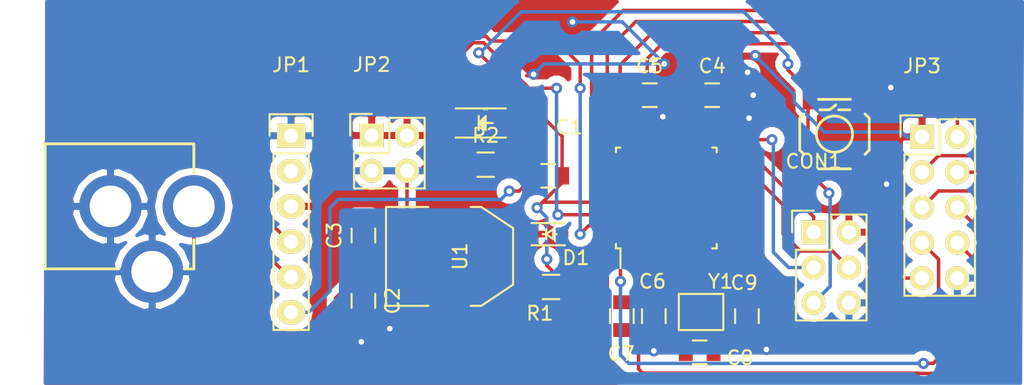
<source format=kicad_pcb>
(kicad_pcb (version 20171130) (host pcbnew "(2018-01-30 revision 6d6ef00)-master")

  (general
    (thickness 1.6)
    (drawings 0)
    (tracks 272)
    (zones 0)
    (modules 22)
    (nets 32)
  )

  (page A4)
  (layers
    (0 F.Cu signal)
    (31 B.Cu signal)
    (32 B.Adhes user)
    (33 F.Adhes user)
    (34 B.Paste user)
    (35 F.Paste user)
    (36 B.SilkS user)
    (37 F.SilkS user)
    (38 B.Mask user)
    (39 F.Mask user)
    (40 Dwgs.User user)
    (41 Cmts.User user)
    (42 Eco1.User user)
    (43 Eco2.User user)
    (44 Edge.Cuts user)
    (45 Margin user)
    (46 B.CrtYd user)
    (47 F.CrtYd user)
    (48 B.Fab user)
    (49 F.Fab user)
  )

  (setup
    (last_trace_width 0.25)
    (trace_clearance 0.2)
    (zone_clearance 0.508)
    (zone_45_only no)
    (trace_min 0.2)
    (segment_width 0.2)
    (edge_width 0.1)
    (via_size 0.8)
    (via_drill 0.4)
    (via_min_size 0.4)
    (via_min_drill 0.3)
    (uvia_size 0.3)
    (uvia_drill 0.1)
    (uvias_allowed no)
    (uvia_min_size 0.2)
    (uvia_min_drill 0.1)
    (pcb_text_width 0.3)
    (pcb_text_size 1.5 1.5)
    (mod_edge_width 0.15)
    (mod_text_size 1 1)
    (mod_text_width 0.15)
    (pad_size 1.5 1.5)
    (pad_drill 0.6)
    (pad_to_mask_clearance 0)
    (aux_axis_origin 0 0)
    (visible_elements FFFFEF7F)
    (pcbplotparams
      (layerselection 0x010fc_ffffffff)
      (usegerberextensions false)
      (usegerberattributes false)
      (usegerberadvancedattributes false)
      (creategerberjobfile false)
      (excludeedgelayer true)
      (linewidth 0.100000)
      (plotframeref false)
      (viasonmask false)
      (mode 1)
      (useauxorigin false)
      (hpglpennumber 1)
      (hpglpenspeed 20)
      (hpglpendiameter 15)
      (psnegative false)
      (psa4output false)
      (plotreference true)
      (plotvalue true)
      (plotinvisibletext false)
      (padsonsilk false)
      (subtractmaskfromsilk false)
      (outputformat 1)
      (mirror false)
      (drillshape 1)
      (scaleselection 1)
      (outputdirectory ""))
  )

  (net 0 "")
  (net 1 /RESET)
  (net 2 /RTS)
  (net 3 /VIN)
  (net 4 GND)
  (net 5 +5V)
  (net 6 /MISO)
  (net 7 /SCK)
  (net 8 /MOSI)
  (net 9 /328_RX)
  (net 10 /328_TX)
  (net 11 /A0)
  (net 12 /A1)
  (net 13 /A2)
  (net 14 /A3)
  (net 15 /D2)
  (net 16 /D3)
  (net 17 /D4)
  (net 18 /D5)
  (net 19 "Net-(D2-Pad2)")
  (net 20 /CTS)
  (net 21 "Net-(U2-Pad10)")
  (net 22 "Net-(U2-Pad11)")
  (net 23 "Net-(U2-Pad12)")
  (net 24 "Net-(U2-Pad13)")
  (net 25 "Net-(U2-Pad14)")
  (net 26 "Net-(U2-Pad19)")
  (net 27 "Net-(U2-Pad22)")
  (net 28 "Net-(U2-Pad27)")
  (net 29 "Net-(U2-Pad28)")
  (net 30 /X_P)
  (net 31 /X_N)

  (net_class Default "This is the default net class."
    (clearance 0.2)
    (trace_width 0.25)
    (via_dia 0.8)
    (via_drill 0.4)
    (uvia_dia 0.3)
    (uvia_drill 0.1)
    (add_net +5V)
    (add_net /328_RX)
    (add_net /328_TX)
    (add_net /A0)
    (add_net /A1)
    (add_net /A2)
    (add_net /A3)
    (add_net /CTS)
    (add_net /D2)
    (add_net /D3)
    (add_net /D4)
    (add_net /D5)
    (add_net /MISO)
    (add_net /MOSI)
    (add_net /RESET)
    (add_net /RTS)
    (add_net /SCK)
    (add_net /VIN)
    (add_net /X_N)
    (add_net /X_P)
    (add_net GND)
    (add_net "Net-(D2-Pad2)")
    (add_net "Net-(U2-Pad10)")
    (add_net "Net-(U2-Pad11)")
    (add_net "Net-(U2-Pad12)")
    (add_net "Net-(U2-Pad13)")
    (add_net "Net-(U2-Pad14)")
    (add_net "Net-(U2-Pad19)")
    (add_net "Net-(U2-Pad22)")
    (add_net "Net-(U2-Pad27)")
    (add_net "Net-(U2-Pad28)")
  )

  (module TO_SOT_Packages_SMD:SOT-223 (layer F.Cu) (tedit 5A75EF42) (tstamp 5A762C7A)
    (at 78.4 100.2 270)
    (descr "module CMS SOT223 4 pins")
    (tags "CMS SOT")
    (path /5A5C9FB1)
    (attr smd)
    (fp_text reference U1 (at 0 -0.762 270) (layer F.SilkS)
      (effects (font (size 1 1) (thickness 0.15)))
    )
    (fp_text value NCP1117-12_TO252 (at 0 -7.302 270) (layer F.Fab) hide
      (effects (font (size 1 1) (thickness 0.15)))
    )
    (fp_line (start -3.556 1.524) (end -3.556 4.572) (layer F.SilkS) (width 0.15))
    (fp_line (start -3.556 4.572) (end 3.556 4.572) (layer F.SilkS) (width 0.15))
    (fp_line (start 3.556 4.572) (end 3.556 1.524) (layer F.SilkS) (width 0.15))
    (fp_line (start -3.556 -1.524) (end -3.556 -2.286) (layer F.SilkS) (width 0.15))
    (fp_line (start -3.556 -2.286) (end -2.032 -4.572) (layer F.SilkS) (width 0.15))
    (fp_line (start -2.032 -4.572) (end 2.032 -4.572) (layer F.SilkS) (width 0.15))
    (fp_line (start 2.032 -4.572) (end 3.556 -2.286) (layer F.SilkS) (width 0.15))
    (fp_line (start 3.556 -2.286) (end 3.556 -1.524) (layer F.SilkS) (width 0.15))
    (pad 4 smd rect (at 0 -3.302 270) (size 3.6576 2.032) (layers F.Cu F.Paste F.Mask))
    (pad 2 smd rect (at 0 3.302 270) (size 1.016 2.032) (layers F.Cu F.Paste F.Mask)
      (net 5 +5V))
    (pad 3 smd rect (at 2.286 3.302 270) (size 1.016 2.032) (layers F.Cu F.Paste F.Mask)
      (net 3 /VIN))
    (pad 1 smd rect (at -2.286 3.302 270) (size 1.016 2.032) (layers F.Cu F.Paste F.Mask)
      (net 4 GND))
    (model TO_SOT_Packages_SMD.3dshapes/SOT-223.wrl
      (at (xyz 0 0 0))
      (scale (xyz 0.4 0.4 0.4))
      (rotate (xyz 0 0 0))
    )
  )

  (module Capacitors_SMD:C_0805 (layer F.Cu) (tedit 5415D6EA) (tstamp 5A745DE2)
    (at 85.5 94.4 180)
    (descr "Capacitor SMD 0805, reflow soldering, AVX (see smccp.pdf)")
    (tags "capacitor 0805")
    (path /5A5C4650)
    (attr smd)
    (fp_text reference C1 (at -1.5 3.5 180) (layer F.SilkS)
      (effects (font (size 1 1) (thickness 0.15)))
    )
    (fp_text value 100nF (at 0 2.1 180) (layer F.Fab)
      (effects (font (size 1 1) (thickness 0.15)))
    )
    (fp_line (start -1.8 -1) (end 1.8 -1) (layer F.CrtYd) (width 0.05))
    (fp_line (start -1.8 1) (end 1.8 1) (layer F.CrtYd) (width 0.05))
    (fp_line (start -1.8 -1) (end -1.8 1) (layer F.CrtYd) (width 0.05))
    (fp_line (start 1.8 -1) (end 1.8 1) (layer F.CrtYd) (width 0.05))
    (fp_line (start 0.5 -0.85) (end -0.5 -0.85) (layer F.SilkS) (width 0.15))
    (fp_line (start -0.5 0.85) (end 0.5 0.85) (layer F.SilkS) (width 0.15))
    (pad 1 smd rect (at -1 0 180) (size 1 1.25) (layers F.Cu F.Paste F.Mask)
      (net 1 /RESET))
    (pad 2 smd rect (at 1 0 180) (size 1 1.25) (layers F.Cu F.Paste F.Mask)
      (net 2 /RTS))
    (model Capacitors_SMD.3dshapes/C_0805.wrl
      (at (xyz 0 0 0))
      (scale (xyz 1 1 1))
      (rotate (xyz 0 0 0))
    )
  )

  (module Capacitors_SMD:C_0805 (layer F.Cu) (tedit 5415D6EA) (tstamp 5A762B80)
    (at 72.2 103.4 270)
    (descr "Capacitor SMD 0805, reflow soldering, AVX (see smccp.pdf)")
    (tags "capacitor 0805")
    (path /5A5CC2CF)
    (attr smd)
    (fp_text reference C2 (at 0 -2.1 270) (layer F.SilkS)
      (effects (font (size 1 1) (thickness 0.15)))
    )
    (fp_text value 10uF (at 0 2.1 270) (layer F.Fab)
      (effects (font (size 1 1) (thickness 0.15)))
    )
    (fp_line (start -1.8 -1) (end 1.8 -1) (layer F.CrtYd) (width 0.05))
    (fp_line (start -1.8 1) (end 1.8 1) (layer F.CrtYd) (width 0.05))
    (fp_line (start -1.8 -1) (end -1.8 1) (layer F.CrtYd) (width 0.05))
    (fp_line (start 1.8 -1) (end 1.8 1) (layer F.CrtYd) (width 0.05))
    (fp_line (start 0.5 -0.85) (end -0.5 -0.85) (layer F.SilkS) (width 0.15))
    (fp_line (start -0.5 0.85) (end 0.5 0.85) (layer F.SilkS) (width 0.15))
    (pad 1 smd rect (at -1 0 270) (size 1 1.25) (layers F.Cu F.Paste F.Mask)
      (net 3 /VIN))
    (pad 2 smd rect (at 1 0 270) (size 1 1.25) (layers F.Cu F.Paste F.Mask)
      (net 4 GND))
    (model Capacitors_SMD.3dshapes/C_0805.wrl
      (at (xyz 0 0 0))
      (scale (xyz 1 1 1))
      (rotate (xyz 0 0 0))
    )
  )

  (module Capacitors_SMD:C_0805 (layer F.Cu) (tedit 5415D6EA) (tstamp 5A762BA1)
    (at 72.2 98.7 90)
    (descr "Capacitor SMD 0805, reflow soldering, AVX (see smccp.pdf)")
    (tags "capacitor 0805")
    (path /5A5CC23C)
    (attr smd)
    (fp_text reference C3 (at 0 -2.1 90) (layer F.SilkS)
      (effects (font (size 1 1) (thickness 0.15)))
    )
    (fp_text value 1uF (at 0 2.1 90) (layer F.Fab)
      (effects (font (size 1 1) (thickness 0.15)))
    )
    (fp_line (start -0.5 0.85) (end 0.5 0.85) (layer F.SilkS) (width 0.15))
    (fp_line (start 0.5 -0.85) (end -0.5 -0.85) (layer F.SilkS) (width 0.15))
    (fp_line (start 1.8 -1) (end 1.8 1) (layer F.CrtYd) (width 0.05))
    (fp_line (start -1.8 -1) (end -1.8 1) (layer F.CrtYd) (width 0.05))
    (fp_line (start -1.8 1) (end 1.8 1) (layer F.CrtYd) (width 0.05))
    (fp_line (start -1.8 -1) (end 1.8 -1) (layer F.CrtYd) (width 0.05))
    (pad 2 smd rect (at 1 0 90) (size 1 1.25) (layers F.Cu F.Paste F.Mask)
      (net 4 GND))
    (pad 1 smd rect (at -1 0 90) (size 1 1.25) (layers F.Cu F.Paste F.Mask)
      (net 5 +5V))
    (model Capacitors_SMD.3dshapes/C_0805.wrl
      (at (xyz 0 0 0))
      (scale (xyz 1 1 1))
      (rotate (xyz 0 0 0))
    )
  )

  (module Capacitors_SMD:C_0805 (layer F.Cu) (tedit 5415D6EA) (tstamp 5A745E06)
    (at 97.3 88.6)
    (descr "Capacitor SMD 0805, reflow soldering, AVX (see smccp.pdf)")
    (tags "capacitor 0805")
    (path /5A5BCFC7)
    (attr smd)
    (fp_text reference C4 (at 0 -2.1) (layer F.SilkS)
      (effects (font (size 1 1) (thickness 0.15)))
    )
    (fp_text value 100nF (at 2.8 -1 90) (layer F.Fab)
      (effects (font (size 1 1) (thickness 0.15)))
    )
    (fp_line (start -0.5 0.85) (end 0.5 0.85) (layer F.SilkS) (width 0.15))
    (fp_line (start 0.5 -0.85) (end -0.5 -0.85) (layer F.SilkS) (width 0.15))
    (fp_line (start 1.8 -1) (end 1.8 1) (layer F.CrtYd) (width 0.05))
    (fp_line (start -1.8 -1) (end -1.8 1) (layer F.CrtYd) (width 0.05))
    (fp_line (start -1.8 1) (end 1.8 1) (layer F.CrtYd) (width 0.05))
    (fp_line (start -1.8 -1) (end 1.8 -1) (layer F.CrtYd) (width 0.05))
    (pad 2 smd rect (at 1 0) (size 1 1.25) (layers F.Cu F.Paste F.Mask)
      (net 4 GND))
    (pad 1 smd rect (at -1 0) (size 1 1.25) (layers F.Cu F.Paste F.Mask)
      (net 5 +5V))
    (model Capacitors_SMD.3dshapes/C_0805.wrl
      (at (xyz 0 0 0))
      (scale (xyz 1 1 1))
      (rotate (xyz 0 0 0))
    )
  )

  (module Capacitors_SMD:C_0805 (layer F.Cu) (tedit 5415D6EA) (tstamp 5A745E12)
    (at 92.8 88.6 180)
    (descr "Capacitor SMD 0805, reflow soldering, AVX (see smccp.pdf)")
    (tags "capacitor 0805")
    (path /5A5BCFA9)
    (attr smd)
    (fp_text reference C5 (at 0 2.1 180) (layer F.SilkS)
      (effects (font (size 1 1) (thickness 0.15)))
    )
    (fp_text value 100nF (at 2.6 0.2 270) (layer F.Fab)
      (effects (font (size 1 1) (thickness 0.15)))
    )
    (fp_line (start -1.8 -1) (end 1.8 -1) (layer F.CrtYd) (width 0.05))
    (fp_line (start -1.8 1) (end 1.8 1) (layer F.CrtYd) (width 0.05))
    (fp_line (start -1.8 -1) (end -1.8 1) (layer F.CrtYd) (width 0.05))
    (fp_line (start 1.8 -1) (end 1.8 1) (layer F.CrtYd) (width 0.05))
    (fp_line (start 0.5 -0.85) (end -0.5 -0.85) (layer F.SilkS) (width 0.15))
    (fp_line (start -0.5 0.85) (end 0.5 0.85) (layer F.SilkS) (width 0.15))
    (pad 1 smd rect (at -1 0 180) (size 1 1.25) (layers F.Cu F.Paste F.Mask)
      (net 5 +5V))
    (pad 2 smd rect (at 1 0 180) (size 1 1.25) (layers F.Cu F.Paste F.Mask)
      (net 4 GND))
    (model Capacitors_SMD.3dshapes/C_0805.wrl
      (at (xyz 0 0 0))
      (scale (xyz 1 1 1))
      (rotate (xyz 0 0 0))
    )
  )

  (module Capacitors_SMD:C_0805 (layer F.Cu) (tedit 5A75F558) (tstamp 5A762471)
    (at 93.1 104.5 270)
    (descr "Capacitor SMD 0805, reflow soldering, AVX (see smccp.pdf)")
    (tags "capacitor 0805")
    (path /5A5BCF5D)
    (attr smd)
    (fp_text reference C6 (at -2.5 0.1) (layer F.SilkS)
      (effects (font (size 1 1) (thickness 0.15)))
    )
    (fp_text value 100nF (at 4.1 -0.7 270) (layer F.Fab) hide
      (effects (font (size 1 1) (thickness 0.15)))
    )
    (fp_line (start -0.5 0.85) (end 0.5 0.85) (layer F.SilkS) (width 0.15))
    (fp_line (start 0.5 -0.85) (end -0.5 -0.85) (layer F.SilkS) (width 0.15))
    (fp_line (start 1.8 -1) (end 1.8 1) (layer F.CrtYd) (width 0.05))
    (fp_line (start -1.8 -1) (end -1.8 1) (layer F.CrtYd) (width 0.05))
    (fp_line (start -1.8 1) (end 1.8 1) (layer F.CrtYd) (width 0.05))
    (fp_line (start -1.8 -1) (end 1.8 -1) (layer F.CrtYd) (width 0.05))
    (pad 2 smd rect (at 1 0 270) (size 1 1.25) (layers F.Cu F.Paste F.Mask)
      (net 4 GND))
    (pad 1 smd rect (at -1 0 270) (size 1 1.25) (layers F.Cu F.Paste F.Mask)
      (net 5 +5V))
    (model Capacitors_SMD.3dshapes/C_0805.wrl
      (at (xyz 0 0 0))
      (scale (xyz 1 1 1))
      (rotate (xyz 0 0 0))
    )
  )

  (module Capacitors_SMD:C_0805 (layer F.Cu) (tedit 5415D6EA) (tstamp 5A7624CC)
    (at 90.8 104.5 270)
    (descr "Capacitor SMD 0805, reflow soldering, AVX (see smccp.pdf)")
    (tags "capacitor 0805")
    (path /5A5BCEF1)
    (attr smd)
    (fp_text reference C7 (at 2.7 0.05) (layer F.SilkS)
      (effects (font (size 1 1) (thickness 0.15)))
    )
    (fp_text value 100nF (at -0.2 1.8 90) (layer F.Fab)
      (effects (font (size 1 1) (thickness 0.15)))
    )
    (fp_line (start -1.8 -1) (end 1.8 -1) (layer F.CrtYd) (width 0.05))
    (fp_line (start -1.8 1) (end 1.8 1) (layer F.CrtYd) (width 0.05))
    (fp_line (start -1.8 -1) (end -1.8 1) (layer F.CrtYd) (width 0.05))
    (fp_line (start 1.8 -1) (end 1.8 1) (layer F.CrtYd) (width 0.05))
    (fp_line (start 0.5 -0.85) (end -0.5 -0.85) (layer F.SilkS) (width 0.15))
    (fp_line (start -0.5 0.85) (end 0.5 0.85) (layer F.SilkS) (width 0.15))
    (pad 1 smd rect (at -1 0 270) (size 1 1.25) (layers F.Cu F.Paste F.Mask)
      (net 5 +5V))
    (pad 2 smd rect (at 1 0 270) (size 1 1.25) (layers F.Cu F.Paste F.Mask)
      (net 4 GND))
    (model Capacitors_SMD.3dshapes/C_0805.wrl
      (at (xyz 0 0 0))
      (scale (xyz 1 1 1))
      (rotate (xyz 0 0 0))
    )
  )

  (module Capacitors_SMD:C_0805 (layer F.Cu) (tedit 5415D6EA) (tstamp 5A7623F6)
    (at 96.4 107.1 180)
    (descr "Capacitor SMD 0805, reflow soldering, AVX (see smccp.pdf)")
    (tags "capacitor 0805")
    (path /5A5BC23F)
    (attr smd)
    (fp_text reference C8 (at -2.9 -0.4 180) (layer F.SilkS)
      (effects (font (size 1 1) (thickness 0.15)))
    )
    (fp_text value 22pF (at -3.7 1 180) (layer F.Fab)
      (effects (font (size 1 1) (thickness 0.15)))
    )
    (fp_line (start -1.8 -1) (end 1.8 -1) (layer F.CrtYd) (width 0.05))
    (fp_line (start -1.8 1) (end 1.8 1) (layer F.CrtYd) (width 0.05))
    (fp_line (start -1.8 -1) (end -1.8 1) (layer F.CrtYd) (width 0.05))
    (fp_line (start 1.8 -1) (end 1.8 1) (layer F.CrtYd) (width 0.05))
    (fp_line (start 0.5 -0.85) (end -0.5 -0.85) (layer F.SilkS) (width 0.15))
    (fp_line (start -0.5 0.85) (end 0.5 0.85) (layer F.SilkS) (width 0.15))
    (pad 1 smd rect (at -1 0 180) (size 1 1.25) (layers F.Cu F.Paste F.Mask)
      (net 4 GND))
    (pad 2 smd rect (at 1 0 180) (size 1 1.25) (layers F.Cu F.Paste F.Mask)
      (net 30 /X_P))
    (model Capacitors_SMD.3dshapes/C_0805.wrl
      (at (xyz 0 0 0))
      (scale (xyz 1 1 1))
      (rotate (xyz 0 0 0))
    )
  )

  (module Capacitors_SMD:C_0805 (layer F.Cu) (tedit 5415D6EA) (tstamp 5A762417)
    (at 99.8 104.5 90)
    (descr "Capacitor SMD 0805, reflow soldering, AVX (see smccp.pdf)")
    (tags "capacitor 0805")
    (path /5A5BC2DF)
    (attr smd)
    (fp_text reference C9 (at 2.4 -0.2 180) (layer F.SilkS)
      (effects (font (size 1 1) (thickness 0.15)))
    )
    (fp_text value 22pF (at -0.2 -1.9 90) (layer F.Fab)
      (effects (font (size 1 1) (thickness 0.15)))
    )
    (fp_line (start -0.5 0.85) (end 0.5 0.85) (layer F.SilkS) (width 0.15))
    (fp_line (start 0.5 -0.85) (end -0.5 -0.85) (layer F.SilkS) (width 0.15))
    (fp_line (start 1.8 -1) (end 1.8 1) (layer F.CrtYd) (width 0.05))
    (fp_line (start -1.8 -1) (end -1.8 1) (layer F.CrtYd) (width 0.05))
    (fp_line (start -1.8 1) (end 1.8 1) (layer F.CrtYd) (width 0.05))
    (fp_line (start -1.8 -1) (end 1.8 -1) (layer F.CrtYd) (width 0.05))
    (pad 2 smd rect (at 1 0 90) (size 1 1.25) (layers F.Cu F.Paste F.Mask)
      (net 31 /X_N))
    (pad 1 smd rect (at -1 0 90) (size 1 1.25) (layers F.Cu F.Paste F.Mask)
      (net 4 GND))
    (model Capacitors_SMD.3dshapes/C_0805.wrl
      (at (xyz 0 0 0))
      (scale (xyz 1 1 1))
      (rotate (xyz 0 0 0))
    )
  )

  (module Pin_Headers:Pin_Header_Straight_2x03 (layer F.Cu) (tedit 54EA0A4B) (tstamp 5A745E59)
    (at 104.6 98.46)
    (descr "Through hole pin header")
    (tags "pin header")
    (path /5A5D6BBE)
    (fp_text reference CON1 (at 0 -5.1) (layer F.SilkS)
      (effects (font (size 1 1) (thickness 0.15)))
    )
    (fp_text value AVR-ISP-6 (at 0 -3.1) (layer F.Fab)
      (effects (font (size 1 1) (thickness 0.15)))
    )
    (fp_line (start -1.27 1.27) (end -1.27 6.35) (layer F.SilkS) (width 0.15))
    (fp_line (start -1.55 -1.55) (end 0 -1.55) (layer F.SilkS) (width 0.15))
    (fp_line (start -1.75 -1.75) (end -1.75 6.85) (layer F.CrtYd) (width 0.05))
    (fp_line (start 4.3 -1.75) (end 4.3 6.85) (layer F.CrtYd) (width 0.05))
    (fp_line (start -1.75 -1.75) (end 4.3 -1.75) (layer F.CrtYd) (width 0.05))
    (fp_line (start -1.75 6.85) (end 4.3 6.85) (layer F.CrtYd) (width 0.05))
    (fp_line (start 1.27 -1.27) (end 1.27 1.27) (layer F.SilkS) (width 0.15))
    (fp_line (start 1.27 1.27) (end -1.27 1.27) (layer F.SilkS) (width 0.15))
    (fp_line (start -1.27 6.35) (end 3.81 6.35) (layer F.SilkS) (width 0.15))
    (fp_line (start 3.81 6.35) (end 3.81 1.27) (layer F.SilkS) (width 0.15))
    (fp_line (start -1.55 -1.55) (end -1.55 0) (layer F.SilkS) (width 0.15))
    (fp_line (start 3.81 -1.27) (end 1.27 -1.27) (layer F.SilkS) (width 0.15))
    (fp_line (start 3.81 1.27) (end 3.81 -1.27) (layer F.SilkS) (width 0.15))
    (pad 1 thru_hole rect (at 0 0) (size 1.7272 1.7272) (drill 1.016) (layers *.Cu *.Mask F.SilkS)
      (net 6 /MISO))
    (pad 2 thru_hole oval (at 2.54 0) (size 1.7272 1.7272) (drill 1.016) (layers *.Cu *.Mask F.SilkS)
      (net 5 +5V))
    (pad 3 thru_hole oval (at 0 2.54) (size 1.7272 1.7272) (drill 1.016) (layers *.Cu *.Mask F.SilkS)
      (net 7 /SCK))
    (pad 4 thru_hole oval (at 2.54 2.54) (size 1.7272 1.7272) (drill 1.016) (layers *.Cu *.Mask F.SilkS)
      (net 8 /MOSI))
    (pad 5 thru_hole oval (at 0 5.08) (size 1.7272 1.7272) (drill 1.016) (layers *.Cu *.Mask F.SilkS)
      (net 1 /RESET))
    (pad 6 thru_hole oval (at 2.54 5.08) (size 1.7272 1.7272) (drill 1.016) (layers *.Cu *.Mask F.SilkS)
      (net 4 GND))
    (model Pin_Headers.3dshapes/Pin_Header_Straight_2x03.wrl
      (offset (xyz 1.269999980926514 -2.539999961853027 0))
      (scale (xyz 1 1 1))
      (rotate (xyz 0 0 90))
    )
  )

  (module "My Libraries:POWER_JACK_PTH" (layer F.Cu) (tedit 594F6894) (tstamp 5A745E92)
    (at 46.30126 96.6 270)
    (path /5A7314BD)
    (fp_text reference J1 (at -1.016 -4.318 270) (layer Eco1.User)
      (effects (font (size 0.4064 0.4064) (thickness 0.03048)))
    )
    (fp_text value VIN (at -2.5908 -3.6068 270) (layer Eco1.User)
      (effects (font (size 0.4064 0.4064) (thickness 0.03048)))
    )
    (fp_line (start 4.49834 -13.69822) (end 2.39776 -13.69822) (layer F.SilkS) (width 0.2032))
    (fp_line (start -4.49834 -2.99974) (end -4.49834 -0.09906) (layer Cmts.User) (width 0.2032))
    (fp_line (start 4.49834 -0.09906) (end 4.49834 -2.99974) (layer Cmts.User) (width 0.2032))
    (fp_line (start 4.49834 -0.09906) (end -4.49834 -0.09906) (layer Cmts.User) (width 0.2032))
    (fp_line (start 4.49834 -2.99974) (end 4.49834 -8.29818) (layer F.SilkS) (width 0.2032))
    (fp_line (start 4.49834 -13.69822) (end 4.49834 -12.99972) (layer F.SilkS) (width 0.2032))
    (fp_line (start -4.49834 -2.99974) (end -4.49834 -13.69822) (layer F.SilkS) (width 0.2032))
    (fp_line (start -4.49834 -13.69822) (end -2.39776 -13.69822) (layer F.SilkS) (width 0.2032))
    (fp_line (start -4.49834 -2.99974) (end 4.49834 -2.99974) (layer F.SilkS) (width 0.2032))
    (pad 1 thru_hole oval (at 0 -13.69822 270) (size 4.4958 4.4958) (drill 2.9972) (layers *.Cu *.Mask)
      (net 3 /VIN))
    (pad 2 thru_hole oval (at 0 -7.69874 270) (size 4.4958 4.4958) (drill 2.9972) (layers *.Cu *.Mask)
      (net 4 GND))
    (pad 3 thru_hole oval (at 4.699 -10.69848) (size 4.4958 4.4958) (drill 2.9972) (layers *.Cu *.Mask)
      (net 4 GND))
  )

  (module Pin_Headers:Pin_Header_Straight_2x05 (layer F.Cu) (tedit 0) (tstamp 5A745F0F)
    (at 112.4 91.6)
    (descr "Through hole pin header")
    (tags "pin header")
    (path /5A61BD3A)
    (fp_text reference JP3 (at 0 -5.1) (layer F.SilkS)
      (effects (font (size 1 1) (thickness 0.15)))
    )
    (fp_text value M10 (at 0 -3.1) (layer F.Fab)
      (effects (font (size 1 1) (thickness 0.15)))
    )
    (fp_line (start -1.75 -1.75) (end -1.75 11.95) (layer F.CrtYd) (width 0.05))
    (fp_line (start 4.3 -1.75) (end 4.3 11.95) (layer F.CrtYd) (width 0.05))
    (fp_line (start -1.75 -1.75) (end 4.3 -1.75) (layer F.CrtYd) (width 0.05))
    (fp_line (start -1.75 11.95) (end 4.3 11.95) (layer F.CrtYd) (width 0.05))
    (fp_line (start 3.81 -1.27) (end 3.81 11.43) (layer F.SilkS) (width 0.15))
    (fp_line (start 3.81 11.43) (end -1.27 11.43) (layer F.SilkS) (width 0.15))
    (fp_line (start -1.27 11.43) (end -1.27 1.27) (layer F.SilkS) (width 0.15))
    (fp_line (start 3.81 -1.27) (end 1.27 -1.27) (layer F.SilkS) (width 0.15))
    (fp_line (start 0 -1.55) (end -1.55 -1.55) (layer F.SilkS) (width 0.15))
    (fp_line (start 1.27 -1.27) (end 1.27 1.27) (layer F.SilkS) (width 0.15))
    (fp_line (start 1.27 1.27) (end -1.27 1.27) (layer F.SilkS) (width 0.15))
    (fp_line (start -1.55 -1.55) (end -1.55 0) (layer F.SilkS) (width 0.15))
    (pad 1 thru_hole rect (at 0 0) (size 1.7272 1.7272) (drill 1.016) (layers *.Cu *.Mask F.SilkS)
      (net 5 +5V))
    (pad 2 thru_hole oval (at 2.54 0) (size 1.7272 1.7272) (drill 1.016) (layers *.Cu *.Mask F.SilkS)
      (net 11 /A0))
    (pad 3 thru_hole oval (at 0 2.54) (size 1.7272 1.7272) (drill 1.016) (layers *.Cu *.Mask F.SilkS)
      (net 12 /A1))
    (pad 4 thru_hole oval (at 2.54 2.54) (size 1.7272 1.7272) (drill 1.016) (layers *.Cu *.Mask F.SilkS)
      (net 13 /A2))
    (pad 5 thru_hole oval (at 0 5.08) (size 1.7272 1.7272) (drill 1.016) (layers *.Cu *.Mask F.SilkS)
      (net 14 /A3))
    (pad 6 thru_hole oval (at 2.54 5.08) (size 1.7272 1.7272) (drill 1.016) (layers *.Cu *.Mask F.SilkS)
      (net 15 /D2))
    (pad 7 thru_hole oval (at 0 7.62) (size 1.7272 1.7272) (drill 1.016) (layers *.Cu *.Mask F.SilkS)
      (net 16 /D3))
    (pad 8 thru_hole oval (at 2.54 7.62) (size 1.7272 1.7272) (drill 1.016) (layers *.Cu *.Mask F.SilkS)
      (net 17 /D4))
    (pad 9 thru_hole oval (at 0 10.16) (size 1.7272 1.7272) (drill 1.016) (layers *.Cu *.Mask F.SilkS)
      (net 18 /D5))
    (pad 10 thru_hole oval (at 2.54 10.16) (size 1.7272 1.7272) (drill 1.016) (layers *.Cu *.Mask F.SilkS)
      (net 4 GND))
    (model Pin_Headers.3dshapes/Pin_Header_Straight_2x05.wrl
      (offset (xyz 1.269999980926514 -5.079999923706055 0))
      (scale (xyz 1 1 1))
      (rotate (xyz 0 0 90))
    )
  )

  (module Resistors_SMD:R_0805 (layer F.Cu) (tedit 5415CDEB) (tstamp 5A745F1B)
    (at 85.7 102.4)
    (descr "Resistor SMD 0805, reflow soldering, Vishay (see dcrcw.pdf)")
    (tags "resistor 0805")
    (path /5A5C470A)
    (attr smd)
    (fp_text reference R1 (at -0.8 1.9) (layer F.SilkS)
      (effects (font (size 1 1) (thickness 0.15)))
    )
    (fp_text value R (at 1.4 1.9) (layer F.Fab)
      (effects (font (size 1 1) (thickness 0.15)))
    )
    (fp_line (start -1.6 -1) (end 1.6 -1) (layer F.CrtYd) (width 0.05))
    (fp_line (start -1.6 1) (end 1.6 1) (layer F.CrtYd) (width 0.05))
    (fp_line (start -1.6 -1) (end -1.6 1) (layer F.CrtYd) (width 0.05))
    (fp_line (start 1.6 -1) (end 1.6 1) (layer F.CrtYd) (width 0.05))
    (fp_line (start 0.6 0.875) (end -0.6 0.875) (layer F.SilkS) (width 0.15))
    (fp_line (start -0.6 -0.875) (end 0.6 -0.875) (layer F.SilkS) (width 0.15))
    (pad 1 smd rect (at -0.95 0) (size 0.7 1.3) (layers F.Cu F.Paste F.Mask)
      (net 5 +5V))
    (pad 2 smd rect (at 0.95 0) (size 0.7 1.3) (layers F.Cu F.Paste F.Mask)
      (net 1 /RESET))
    (model Resistors_SMD.3dshapes/R_0805.wrl
      (at (xyz 0 0 0))
      (scale (xyz 1 1 1))
      (rotate (xyz 0 0 0))
    )
  )

  (module Resistors_SMD:R_0805 (layer F.Cu) (tedit 5415CDEB) (tstamp 5A762B5F)
    (at 81 93.6)
    (descr "Resistor SMD 0805, reflow soldering, Vishay (see dcrcw.pdf)")
    (tags "resistor 0805")
    (path /5A63B29E)
    (attr smd)
    (fp_text reference R2 (at 0 -2.1) (layer F.SilkS)
      (effects (font (size 1 1) (thickness 0.15)))
    )
    (fp_text value 1K (at 0 2.1) (layer F.Fab)
      (effects (font (size 1 1) (thickness 0.15)))
    )
    (fp_line (start -0.6 -0.875) (end 0.6 -0.875) (layer F.SilkS) (width 0.15))
    (fp_line (start 0.6 0.875) (end -0.6 0.875) (layer F.SilkS) (width 0.15))
    (fp_line (start 1.6 -1) (end 1.6 1) (layer F.CrtYd) (width 0.05))
    (fp_line (start -1.6 -1) (end -1.6 1) (layer F.CrtYd) (width 0.05))
    (fp_line (start -1.6 1) (end 1.6 1) (layer F.CrtYd) (width 0.05))
    (fp_line (start -1.6 -1) (end 1.6 -1) (layer F.CrtYd) (width 0.05))
    (pad 2 smd rect (at 0.95 0) (size 0.7 1.3) (layers F.Cu F.Paste F.Mask)
      (net 19 "Net-(D2-Pad2)"))
    (pad 1 smd rect (at -0.95 0) (size 0.7 1.3) (layers F.Cu F.Paste F.Mask)
      (net 5 +5V))
    (model Resistors_SMD.3dshapes/R_0805.wrl
      (at (xyz 0 0 0))
      (scale (xyz 1 1 1))
      (rotate (xyz 0 0 0))
    )
  )

  (module freetronics_footprints:SW_PUSHBUTTON_SMD (layer F.Cu) (tedit 5477A450) (tstamp 5A762A4C)
    (at 106.1 91.4 90)
    (path /5A72E29B)
    (attr smd)
    (fp_text reference SW1 (at 0.05 -3.05 90) (layer Eco1.User)
      (effects (font (size 0.6 0.6) (thickness 0.1)))
    )
    (fp_text value RESET (at 0 3.15 90) (layer Eco1.User) hide
      (effects (font (size 0.6 0.6) (thickness 0.1)))
    )
    (fp_line (start 1.75006 -0.35052) (end 2.10058 0.09906) (layer F.SilkS) (width 0.20066))
    (fp_line (start 1.75006 0.29972) (end 1.75006 1.09982) (layer F.SilkS) (width 0.20066))
    (fp_line (start 1.75006 -1.04902) (end 1.75006 -0.35052) (layer F.SilkS) (width 0.20066))
    (fp_line (start -1.1557 -2.49936) (end -1.45542 -2.19964) (layer F.SilkS) (width 0.20066))
    (fp_line (start 1.14554 -2.49936) (end -1.1557 -2.49936) (layer F.SilkS) (width 0.20066))
    (fp_line (start 1.14808 -2.49936) (end 1.4478 -2.19964) (layer F.SilkS) (width 0.20066))
    (fp_line (start -1.15316 2.49936) (end -1.45288 2.19964) (layer F.SilkS) (width 0.20066))
    (fp_line (start -1.15062 2.49936) (end 1.15062 2.49936) (layer F.SilkS) (width 0.20066))
    (fp_line (start 1.15062 2.49936) (end 1.45034 2.19964) (layer F.SilkS) (width 0.20066))
    (fp_line (start -2.49936 -1.15062) (end -2.49936 1.15062) (layer F.SilkS) (width 0.20066))
    (fp_line (start 2.49936 -1.15062) (end 2.49936 1.15062) (layer F.SilkS) (width 0.20066))
    (fp_circle (center 0 0) (end 1.30048 0) (layer F.SilkS) (width 0.20066))
    (pad 2 smd rect (at -2.667 1.905 90) (size 1.778 0.762) (layers F.Cu F.Paste F.Mask)
      (net 4 GND))
    (pad 2 smd rect (at 2.667 1.905 90) (size 1.778 0.762) (layers F.Cu F.Paste F.Mask)
      (net 4 GND))
    (pad 1 smd rect (at 2.667 -1.905 90) (size 1.778 0.762) (layers F.Cu F.Paste F.Mask)
      (net 1 /RESET))
    (pad 1 smd rect (at -2.667 -1.905 90) (size 1.778 0.762) (layers F.Cu F.Paste F.Mask)
      (net 1 /RESET))
  )

  (module Housings_QFP:TQFP-32_7x7mm_Pitch0.8mm (layer F.Cu) (tedit 5A75F54E) (tstamp 5A745F6C)
    (at 94 96 90)
    (descr "32-Lead Plastic Thin Quad Flatpack (PT) - 7x7x1.0 mm Body, 2.00 mm [TQFP] (see Microchip Packaging Specification 00000049BS.pdf)")
    (tags "QFP 0.8")
    (path /5A5BC0D9)
    (attr smd)
    (fp_text reference U2 (at 7.3 -6.5 90) (layer F.SilkS) hide
      (effects (font (size 1 1) (thickness 0.15)))
    )
    (fp_text value ATMEGA168A-AU (at 0 6.05 90) (layer F.Fab)
      (effects (font (size 1 1) (thickness 0.15)))
    )
    (fp_line (start -5.3 -5.3) (end -5.3 5.3) (layer F.CrtYd) (width 0.05))
    (fp_line (start 5.3 -5.3) (end 5.3 5.3) (layer F.CrtYd) (width 0.05))
    (fp_line (start -5.3 -5.3) (end 5.3 -5.3) (layer F.CrtYd) (width 0.05))
    (fp_line (start -5.3 5.3) (end 5.3 5.3) (layer F.CrtYd) (width 0.05))
    (fp_line (start -3.625 -3.625) (end -3.625 -3.3) (layer F.SilkS) (width 0.15))
    (fp_line (start 3.625 -3.625) (end 3.625 -3.3) (layer F.SilkS) (width 0.15))
    (fp_line (start 3.625 3.625) (end 3.625 3.3) (layer F.SilkS) (width 0.15))
    (fp_line (start -3.625 3.625) (end -3.625 3.3) (layer F.SilkS) (width 0.15))
    (fp_line (start -3.625 -3.625) (end -3.3 -3.625) (layer F.SilkS) (width 0.15))
    (fp_line (start -3.625 3.625) (end -3.3 3.625) (layer F.SilkS) (width 0.15))
    (fp_line (start 3.625 3.625) (end 3.3 3.625) (layer F.SilkS) (width 0.15))
    (fp_line (start 3.625 -3.625) (end 3.3 -3.625) (layer F.SilkS) (width 0.15))
    (fp_line (start -3.625 -3.3) (end -5.05 -3.3) (layer F.SilkS) (width 0.15))
    (pad 1 smd rect (at -4.25 -2.8 90) (size 1.6 0.55) (layers F.Cu F.Paste F.Mask)
      (net 16 /D3))
    (pad 2 smd rect (at -4.25 -2 90) (size 1.6 0.55) (layers F.Cu F.Paste F.Mask)
      (net 17 /D4))
    (pad 3 smd rect (at -4.25 -1.2 90) (size 1.6 0.55) (layers F.Cu F.Paste F.Mask)
      (net 4 GND))
    (pad 4 smd rect (at -4.25 -0.4 90) (size 1.6 0.55) (layers F.Cu F.Paste F.Mask)
      (net 5 +5V))
    (pad 5 smd rect (at -4.25 0.4 90) (size 1.6 0.55) (layers F.Cu F.Paste F.Mask)
      (net 4 GND))
    (pad 6 smd rect (at -4.25 1.2 90) (size 1.6 0.55) (layers F.Cu F.Paste F.Mask)
      (net 5 +5V))
    (pad 7 smd rect (at -4.25 2 90) (size 1.6 0.55) (layers F.Cu F.Paste F.Mask)
      (net 30 /X_P))
    (pad 8 smd rect (at -4.25 2.8 90) (size 1.6 0.55) (layers F.Cu F.Paste F.Mask)
      (net 31 /X_N))
    (pad 9 smd rect (at -2.8 4.25 180) (size 1.6 0.55) (layers F.Cu F.Paste F.Mask)
      (net 18 /D5))
    (pad 10 smd rect (at -2 4.25 180) (size 1.6 0.55) (layers F.Cu F.Paste F.Mask)
      (net 21 "Net-(U2-Pad10)"))
    (pad 11 smd rect (at -1.2 4.25 180) (size 1.6 0.55) (layers F.Cu F.Paste F.Mask)
      (net 22 "Net-(U2-Pad11)"))
    (pad 12 smd rect (at -0.4 4.25 180) (size 1.6 0.55) (layers F.Cu F.Paste F.Mask)
      (net 23 "Net-(U2-Pad12)"))
    (pad 13 smd rect (at 0.4 4.25 180) (size 1.6 0.55) (layers F.Cu F.Paste F.Mask)
      (net 24 "Net-(U2-Pad13)"))
    (pad 14 smd rect (at 1.2 4.25 180) (size 1.6 0.55) (layers F.Cu F.Paste F.Mask)
      (net 25 "Net-(U2-Pad14)"))
    (pad 15 smd rect (at 2 4.25 180) (size 1.6 0.55) (layers F.Cu F.Paste F.Mask)
      (net 8 /MOSI))
    (pad 16 smd rect (at 2.8 4.25 180) (size 1.6 0.55) (layers F.Cu F.Paste F.Mask)
      (net 6 /MISO))
    (pad 17 smd rect (at 4.25 2.8 90) (size 1.6 0.55) (layers F.Cu F.Paste F.Mask)
      (net 7 /SCK))
    (pad 18 smd rect (at 4.25 2 90) (size 1.6 0.55) (layers F.Cu F.Paste F.Mask)
      (net 5 +5V))
    (pad 19 smd rect (at 4.25 1.2 90) (size 1.6 0.55) (layers F.Cu F.Paste F.Mask)
      (net 26 "Net-(U2-Pad19)"))
    (pad 20 smd rect (at 4.25 0.4 90) (size 1.6 0.55) (layers F.Cu F.Paste F.Mask)
      (net 5 +5V))
    (pad 21 smd rect (at 4.25 -0.4 90) (size 1.6 0.55) (layers F.Cu F.Paste F.Mask)
      (net 4 GND))
    (pad 22 smd rect (at 4.25 -1.2 90) (size 1.6 0.55) (layers F.Cu F.Paste F.Mask)
      (net 27 "Net-(U2-Pad22)"))
    (pad 23 smd rect (at 4.25 -2 90) (size 1.6 0.55) (layers F.Cu F.Paste F.Mask)
      (net 11 /A0))
    (pad 24 smd rect (at 4.25 -2.8 90) (size 1.6 0.55) (layers F.Cu F.Paste F.Mask)
      (net 12 /A1))
    (pad 25 smd rect (at 2.8 -4.25 180) (size 1.6 0.55) (layers F.Cu F.Paste F.Mask)
      (net 13 /A2))
    (pad 26 smd rect (at 2 -4.25 180) (size 1.6 0.55) (layers F.Cu F.Paste F.Mask)
      (net 14 /A3))
    (pad 27 smd rect (at 1.2 -4.25 180) (size 1.6 0.55) (layers F.Cu F.Paste F.Mask)
      (net 28 "Net-(U2-Pad27)"))
    (pad 28 smd rect (at 0.4 -4.25 180) (size 1.6 0.55) (layers F.Cu F.Paste F.Mask)
      (net 29 "Net-(U2-Pad28)"))
    (pad 29 smd rect (at -0.4 -4.25 180) (size 1.6 0.55) (layers F.Cu F.Paste F.Mask)
      (net 1 /RESET))
    (pad 30 smd rect (at -1.2 -4.25 180) (size 1.6 0.55) (layers F.Cu F.Paste F.Mask)
      (net 9 /328_RX))
    (pad 31 smd rect (at -2 -4.25 180) (size 1.6 0.55) (layers F.Cu F.Paste F.Mask)
      (net 10 /328_TX))
    (pad 32 smd rect (at -2.8 -4.25 180) (size 1.6 0.55) (layers F.Cu F.Paste F.Mask)
      (net 15 /D2))
    (model Housings_QFP.3dshapes/TQFP-32_7x7mm_Pitch0.8mm.wrl
      (at (xyz 0 0 0))
      (scale (xyz 1 1 1))
      (rotate (xyz 0 0 0))
    )
  )

  (module Diodes_SMD:SOD-323 (layer F.Cu) (tedit 5A75F51F) (tstamp 5A746ED6)
    (at 85.6 98.6)
    (descr SOD-323)
    (tags SOD-323)
    (path /5A5C6EF5)
    (attr smd)
    (fp_text reference D1 (at 1.9 1.7) (layer F.SilkS)
      (effects (font (size 1 1) (thickness 0.15)))
    )
    (fp_text value D (at 1.2 1.7) (layer F.Fab) hide
      (effects (font (size 1 1) (thickness 0.15)))
    )
    (fp_line (start 0.25 0) (end 0.5 0) (layer F.SilkS) (width 0.15))
    (fp_line (start -0.25 0) (end -0.5 0) (layer F.SilkS) (width 0.15))
    (fp_line (start -0.25 0) (end 0.25 -0.35) (layer F.SilkS) (width 0.15))
    (fp_line (start 0.25 -0.35) (end 0.25 0.35) (layer F.SilkS) (width 0.15))
    (fp_line (start 0.25 0.35) (end -0.25 0) (layer F.SilkS) (width 0.15))
    (fp_line (start -0.25 -0.35) (end -0.25 0.35) (layer F.SilkS) (width 0.15))
    (fp_line (start -1.5 -0.95) (end 1.5 -0.95) (layer F.CrtYd) (width 0.05))
    (fp_line (start 1.5 -0.95) (end 1.5 0.95) (layer F.CrtYd) (width 0.05))
    (fp_line (start -1.5 0.95) (end 1.5 0.95) (layer F.CrtYd) (width 0.05))
    (fp_line (start -1.5 -0.95) (end -1.5 0.95) (layer F.CrtYd) (width 0.05))
    (fp_line (start -1.3 0.8) (end 1.1 0.8) (layer F.SilkS) (width 0.15))
    (fp_line (start -1.3 -0.8) (end 1.1 -0.8) (layer F.SilkS) (width 0.15))
    (pad 1 smd rect (at -1.055 0) (size 0.59 0.45) (layers F.Cu F.Paste F.Mask)
      (net 5 +5V))
    (pad 2 smd rect (at 1.055 0) (size 0.59 0.45) (layers F.Cu F.Paste F.Mask)
      (net 4 GND))
  )

  (module LEDs:LED-1206 (layer F.Cu) (tedit 55BDE2E8) (tstamp 5A762BCC)
    (at 81 90.6)
    (descr "LED 1206 smd package")
    (tags "LED1206 SMD")
    (path /5A63B36D)
    (attr smd)
    (fp_text reference D2 (at 0 -1) (layer F.SilkS)
      (effects (font (size 0.2 0.2) (thickness 0.03048)))
    )
    (fp_text value PWR (at 0 0.95) (layer F.Fab)
      (effects (font (size 0.2 0.2) (thickness 0.03048)))
    )
    (fp_line (start -2.15 1.05) (end 1.45 1.05) (layer F.SilkS) (width 0.15))
    (fp_line (start -2.15 -1.05) (end 1.45 -1.05) (layer F.SilkS) (width 0.15))
    (fp_line (start -0.1 -0.3) (end -0.1 0.3) (layer F.SilkS) (width 0.15))
    (fp_line (start -0.1 0.3) (end -0.4 0) (layer F.SilkS) (width 0.15))
    (fp_line (start -0.4 0) (end -0.2 -0.2) (layer F.SilkS) (width 0.15))
    (fp_line (start -0.2 -0.2) (end -0.2 0.05) (layer F.SilkS) (width 0.15))
    (fp_line (start -0.2 0.05) (end -0.25 0) (layer F.SilkS) (width 0.15))
    (fp_line (start -0.5 -0.5) (end -0.5 0.5) (layer F.SilkS) (width 0.15))
    (fp_line (start 0 0) (end 0.5 0) (layer F.SilkS) (width 0.15))
    (fp_line (start -0.5 0) (end 0 -0.5) (layer F.SilkS) (width 0.15))
    (fp_line (start 0 -0.5) (end 0 0.5) (layer F.SilkS) (width 0.15))
    (fp_line (start 0 0.5) (end -0.5 0) (layer F.SilkS) (width 0.15))
    (fp_line (start 2.5 -1.25) (end -2.5 -1.25) (layer F.CrtYd) (width 0.05))
    (fp_line (start -2.5 -1.25) (end -2.5 1.25) (layer F.CrtYd) (width 0.05))
    (fp_line (start -2.5 1.25) (end 2.5 1.25) (layer F.CrtYd) (width 0.05))
    (fp_line (start 2.5 1.25) (end 2.5 -1.25) (layer F.CrtYd) (width 0.05))
    (pad 2 smd rect (at 1.41986 0 180) (size 1.59766 1.80086) (layers F.Cu F.Paste F.Mask)
      (net 19 "Net-(D2-Pad2)"))
    (pad 1 smd rect (at -1.41986 0 180) (size 1.59766 1.80086) (layers F.Cu F.Paste F.Mask)
      (net 4 GND))
  )

  (module Pin_Headers:Pin_Header_Straight_1x06 (layer F.Cu) (tedit 0) (tstamp 5A762C0A)
    (at 67 91.52)
    (descr "Through hole pin header")
    (tags "pin header")
    (path /5A5E6072)
    (fp_text reference JP1 (at 0 -5.1) (layer F.SilkS)
      (effects (font (size 1 1) (thickness 0.15)))
    )
    (fp_text value M06 (at 0 -3.1) (layer F.Fab)
      (effects (font (size 1 1) (thickness 0.15)))
    )
    (fp_line (start -1.75 -1.75) (end -1.75 14.45) (layer F.CrtYd) (width 0.05))
    (fp_line (start 1.75 -1.75) (end 1.75 14.45) (layer F.CrtYd) (width 0.05))
    (fp_line (start -1.75 -1.75) (end 1.75 -1.75) (layer F.CrtYd) (width 0.05))
    (fp_line (start -1.75 14.45) (end 1.75 14.45) (layer F.CrtYd) (width 0.05))
    (fp_line (start 1.27 1.27) (end 1.27 13.97) (layer F.SilkS) (width 0.15))
    (fp_line (start 1.27 13.97) (end -1.27 13.97) (layer F.SilkS) (width 0.15))
    (fp_line (start -1.27 13.97) (end -1.27 1.27) (layer F.SilkS) (width 0.15))
    (fp_line (start 1.55 -1.55) (end 1.55 0) (layer F.SilkS) (width 0.15))
    (fp_line (start 1.27 1.27) (end -1.27 1.27) (layer F.SilkS) (width 0.15))
    (fp_line (start -1.55 0) (end -1.55 -1.55) (layer F.SilkS) (width 0.15))
    (fp_line (start -1.55 -1.55) (end 1.55 -1.55) (layer F.SilkS) (width 0.15))
    (pad 1 thru_hole rect (at 0 0) (size 2.032 1.7272) (drill 1.016) (layers *.Cu *.Mask F.SilkS)
      (net 4 GND))
    (pad 2 thru_hole oval (at 0 2.54) (size 2.032 1.7272) (drill 1.016) (layers *.Cu *.Mask F.SilkS)
      (net 20 /CTS))
    (pad 3 thru_hole oval (at 0 5.08) (size 2.032 1.7272) (drill 1.016) (layers *.Cu *.Mask F.SilkS)
      (net 5 +5V))
    (pad 4 thru_hole oval (at 0 7.62) (size 2.032 1.7272) (drill 1.016) (layers *.Cu *.Mask F.SilkS)
      (net 9 /328_RX))
    (pad 5 thru_hole oval (at 0 10.16) (size 2.032 1.7272) (drill 1.016) (layers *.Cu *.Mask F.SilkS)
      (net 10 /328_TX))
    (pad 6 thru_hole oval (at 0 12.7) (size 2.032 1.7272) (drill 1.016) (layers *.Cu *.Mask F.SilkS)
      (net 2 /RTS))
    (model Pin_Headers.3dshapes/Pin_Header_Straight_1x06.wrl
      (offset (xyz 0 -6.349999904632568 0))
      (scale (xyz 1 1 1))
      (rotate (xyz 0 0 90))
    )
  )

  (module Pin_Headers:Pin_Header_Straight_2x02 (layer F.Cu) (tedit 0) (tstamp 5A762C45)
    (at 72.8 91.5)
    (descr "Through hole pin header")
    (tags "pin header")
    (path /5A5D15F9)
    (fp_text reference JP2 (at 0 -5.1) (layer F.SilkS)
      (effects (font (size 1 1) (thickness 0.15)))
    )
    (fp_text value 5V_HDR (at 0 -3.1) (layer F.Fab)
      (effects (font (size 1 1) (thickness 0.15)))
    )
    (fp_line (start -1.75 -1.75) (end -1.75 4.3) (layer F.CrtYd) (width 0.05))
    (fp_line (start 4.3 -1.75) (end 4.3 4.3) (layer F.CrtYd) (width 0.05))
    (fp_line (start -1.75 -1.75) (end 4.3 -1.75) (layer F.CrtYd) (width 0.05))
    (fp_line (start -1.75 4.3) (end 4.3 4.3) (layer F.CrtYd) (width 0.05))
    (fp_line (start -1.55 0) (end -1.55 -1.55) (layer F.SilkS) (width 0.15))
    (fp_line (start 0 -1.55) (end -1.55 -1.55) (layer F.SilkS) (width 0.15))
    (fp_line (start -1.27 1.27) (end 1.27 1.27) (layer F.SilkS) (width 0.15))
    (fp_line (start 1.27 1.27) (end 1.27 -1.27) (layer F.SilkS) (width 0.15))
    (fp_line (start 1.27 -1.27) (end 3.81 -1.27) (layer F.SilkS) (width 0.15))
    (fp_line (start 3.81 -1.27) (end 3.81 3.81) (layer F.SilkS) (width 0.15))
    (fp_line (start 3.81 3.81) (end -1.27 3.81) (layer F.SilkS) (width 0.15))
    (fp_line (start -1.27 3.81) (end -1.27 1.27) (layer F.SilkS) (width 0.15))
    (pad 1 thru_hole rect (at 0 0) (size 1.7272 1.7272) (drill 1.016) (layers *.Cu *.Mask F.SilkS)
      (net 5 +5V))
    (pad 2 thru_hole oval (at 2.54 0) (size 1.7272 1.7272) (drill 1.016) (layers *.Cu *.Mask F.SilkS)
      (net 5 +5V))
    (pad 3 thru_hole oval (at 0 2.54) (size 1.7272 1.7272) (drill 1.016) (layers *.Cu *.Mask F.SilkS)
      (net 4 GND))
    (pad 4 thru_hole oval (at 2.54 2.54) (size 1.7272 1.7272) (drill 1.016) (layers *.Cu *.Mask F.SilkS)
      (net 4 GND))
    (model Pin_Headers.3dshapes/Pin_Header_Straight_2x02.wrl
      (offset (xyz 1.269999980926514 -1.269999980926514 0))
      (scale (xyz 1 1 1))
      (rotate (xyz 0 0 90))
    )
  )

  (module Crystals:crystal_FA238-TSX3225 (layer F.Cu) (tedit 5A75F3A0) (tstamp 5A7623D5)
    (at 96.5 104.2)
    (descr "crystal Epson Toyocom FA-238 and TSX-3225 series")
    (path /5A5BC1D1)
    (fp_text reference Y1 (at 1.4 -2.2) (layer F.SilkS)
      (effects (font (size 1 1) (thickness 0.15)))
    )
    (fp_text value Crystal (at 0.2 2.3) (layer F.Fab) hide
      (effects (font (size 1 1) (thickness 0.15)))
    )
    (fp_line (start -1.6 -1.3) (end 1.6 -1.3) (layer F.SilkS) (width 0.15))
    (fp_line (start 1.6 -1.3) (end 1.6 1.3) (layer F.SilkS) (width 0.15))
    (fp_line (start 1.6 1.3) (end -1.6 1.3) (layer F.SilkS) (width 0.15))
    (fp_line (start -1.6 1.3) (end -1.6 -1.3) (layer F.SilkS) (width 0.15))
    (pad 1 smd rect (at -1.1 0.8) (size 1.4 1.2) (layers F.Cu F.Paste F.Mask)
      (net 30 /X_P))
    (pad 3 smd rect (at 1.1 0.8) (size 1.4 1.2) (layers F.Cu F.Paste F.Mask))
    (pad 3 smd rect (at -1.1 -0.8) (size 1.4 1.2) (layers F.Cu F.Paste F.Mask))
    (pad 2 smd rect (at 1.1 -0.8) (size 1.4 1.2) (layers F.Cu F.Paste F.Mask)
      (net 31 /X_N))
    (model Crystals.3dshapes/crystal_FA238-TSX3225.wrl
      (at (xyz 0 0 0))
      (scale (xyz 0.24 0.24 0.24))
      (rotate (xyz 0 0 0))
    )
  )

  (segment (start 80.5 85.55) (end 86.5 91.55) (width 0.25) (layer F.Cu) (net 1))
  (segment (start 86.5 91.55) (end 86.5 94.4) (width 0.25) (layer F.Cu) (net 1))
  (segment (start 83.55 82.6) (end 80.6 85.55) (width 0.25) (layer B.Cu) (net 1))
  (segment (start 80.6 85.55) (end 80.5 85.55) (width 0.25) (layer B.Cu) (net 1))
  (via (at 80.5 85.55) (size 0.8) (drill 0.4) (layers F.Cu B.Cu) (net 1))
  (segment (start 99.565685 82.6) (end 83.55 82.6) (width 0.25) (layer B.Cu) (net 1))
  (segment (start 102.75 86.35) (end 102.75 85.784315) (width 0.25) (layer B.Cu) (net 1))
  (segment (start 102.75 85.784315) (end 99.565685 82.6) (width 0.25) (layer B.Cu) (net 1))
  (segment (start 104.195 88.733) (end 104.195 88.225) (width 0.25) (layer F.Cu) (net 1))
  (segment (start 104.195 88.225) (end 102.75 86.78) (width 0.25) (layer F.Cu) (net 1))
  (segment (start 102.75 86.78) (end 102.75 86.35) (width 0.25) (layer F.Cu) (net 1))
  (via (at 102.75 86.35) (size 0.8) (drill 0.4) (layers F.Cu B.Cu) (net 1))
  (segment (start 105.7 95.65) (end 105.7 95.572) (width 0.25) (layer F.Cu) (net 1))
  (segment (start 105.7 95.572) (end 104.195 94.067) (width 0.25) (layer F.Cu) (net 1))
  (segment (start 105.788601 95.788601) (end 105.7 95.7) (width 0.25) (layer B.Cu) (net 1))
  (segment (start 105.7 95.7) (end 105.7 95.65) (width 0.25) (layer B.Cu) (net 1))
  (via (at 105.7 95.65) (size 0.8) (drill 0.4) (layers F.Cu B.Cu) (net 1))
  (segment (start 104.6 103.54) (end 105.788601 102.351399) (width 0.25) (layer B.Cu) (net 1))
  (segment (start 105.788601 102.351399) (end 105.788601 95.788601) (width 0.25) (layer B.Cu) (net 1))
  (segment (start 84.7 96.7) (end 86.5 94.9) (width 0.25) (layer F.Cu) (net 1))
  (segment (start 86.5 94.9) (end 86.5 94.4) (width 0.25) (layer F.Cu) (net 1))
  (segment (start 85.099999 96.300001) (end 89.650001 96.300001) (width 0.25) (layer F.Cu) (net 1))
  (segment (start 104.195 88.733) (end 104.195 94.067) (width 0.25) (layer F.Cu) (net 1))
  (segment (start 84.7 96.7) (end 85.099999 96.300001) (width 0.25) (layer F.Cu) (net 1))
  (segment (start 89.650001 96.300001) (end 89.75 96.4) (width 0.25) (layer F.Cu) (net 1))
  (segment (start 85.4 100.4) (end 85.4 97.4) (width 0.25) (layer B.Cu) (net 1))
  (segment (start 85.4 97.4) (end 84.7 96.7) (width 0.25) (layer B.Cu) (net 1))
  (via (at 84.7 96.7) (size 0.8) (drill 0.4) (layers F.Cu B.Cu) (net 1))
  (segment (start 86.65 102.4) (end 86.65 102.1) (width 0.25) (layer F.Cu) (net 1))
  (segment (start 86.65 102.1) (end 85.4 100.85) (width 0.25) (layer F.Cu) (net 1))
  (segment (start 85.4 100.85) (end 85.4 100.4) (width 0.25) (layer F.Cu) (net 1))
  (via (at 85.4 100.4) (size 0.8) (drill 0.4) (layers F.Cu B.Cu) (net 1))
  (segment (start 82.7 95.5) (end 83.4 95.5) (width 0.25) (layer F.Cu) (net 2))
  (segment (start 83.4 95.5) (end 84.5 94.4) (width 0.25) (layer F.Cu) (net 2))
  (segment (start 70.4 96.1) (end 82.1 96.1) (width 0.25) (layer B.Cu) (net 2))
  (segment (start 82.1 96.1) (end 82.7 95.5) (width 0.25) (layer B.Cu) (net 2))
  (via (at 82.7 95.5) (size 0.8) (drill 0.4) (layers F.Cu B.Cu) (net 2))
  (segment (start 69.8 96.7) (end 70.4 96.1) (width 0.25) (layer B.Cu) (net 2))
  (segment (start 69.8 102.686) (end 69.8 96.7) (width 0.25) (layer B.Cu) (net 2))
  (segment (start 67 104.22) (end 68.266 104.22) (width 0.25) (layer B.Cu) (net 2))
  (segment (start 68.266 104.22) (end 69.8 102.686) (width 0.25) (layer B.Cu) (net 2))
  (segment (start 72.2 102.4) (end 75.012 102.4) (width 0.25) (layer F.Cu) (net 3))
  (segment (start 75.012 102.4) (end 75.098 102.486) (width 0.25) (layer F.Cu) (net 3))
  (segment (start 70.2 103.2) (end 71 102.4) (width 0.25) (layer F.Cu) (net 3))
  (segment (start 71 102.4) (end 72.2 102.4) (width 0.25) (layer F.Cu) (net 3))
  (segment (start 70.2 105.9) (end 70.2 103.2) (width 0.25) (layer F.Cu) (net 3))
  (segment (start 69 107.1) (end 70.2 105.9) (width 0.25) (layer F.Cu) (net 3))
  (segment (start 63.7 107.1) (end 69 107.1) (width 0.25) (layer F.Cu) (net 3))
  (segment (start 59.99948 103.39948) (end 63.7 107.1) (width 0.25) (layer F.Cu) (net 3))
  (segment (start 59.99948 96.6) (end 59.99948 103.39948) (width 0.25) (layer F.Cu) (net 3))
  (segment (start 108.005 94.067) (end 108.917 94.067) (width 0.25) (layer F.Cu) (net 4))
  (segment (start 108.917 94.067) (end 109.85 95) (width 0.25) (layer F.Cu) (net 4))
  (via (at 109.85 95) (size 0.8) (drill 0.4) (layers F.Cu B.Cu) (net 4))
  (segment (start 108.005 88.733) (end 109.467 88.733) (width 0.25) (layer F.Cu) (net 4))
  (segment (start 109.467 88.733) (end 110.15 88.05) (width 0.25) (layer F.Cu) (net 4))
  (via (at 110.15 88.05) (size 0.8) (drill 0.4) (layers F.Cu B.Cu) (net 4))
  (segment (start 93.1 106.25) (end 93.1 107) (width 0.25) (layer F.Cu) (net 4))
  (via (at 93.1 107) (size 0.8) (drill 0.4) (layers F.Cu B.Cu) (net 4))
  (segment (start 93.1 105.5) (end 93.1 106.25) (width 0.25) (layer F.Cu) (net 4))
  (segment (start 99.8 105.5) (end 101.2 106.9) (width 0.25) (layer F.Cu) (net 4))
  (segment (start 97.4 107.1) (end 101 107.1) (width 0.25) (layer F.Cu) (net 4))
  (segment (start 101 107.1) (end 101.2 106.9) (width 0.25) (layer F.Cu) (net 4))
  (via (at 101.2 106.9) (size 0.8) (drill 0.4) (layers F.Cu B.Cu) (net 4))
  (segment (start 93.75 90.15) (end 94.05 90.45) (width 0.25) (layer B.Cu) (net 4))
  (segment (start 94.05 90.45) (end 94.05 90.5) (width 0.25) (layer B.Cu) (net 4))
  (segment (start 93.6 91.75) (end 93.6 90.3) (width 0.25) (layer F.Cu) (net 4))
  (segment (start 93.6 90.3) (end 93.75 90.15) (width 0.25) (layer F.Cu) (net 4))
  (via (at 93.75 90.15) (size 0.8) (drill 0.4) (layers F.Cu B.Cu) (net 4))
  (segment (start 98.3 88.6) (end 99.95 90.25) (width 0.25) (layer F.Cu) (net 4))
  (via (at 99.95 90.25) (size 0.8) (drill 0.4) (layers F.Cu B.Cu) (net 4))
  (segment (start 98.3 88.6) (end 98.3 88.5) (width 0.25) (layer F.Cu) (net 4))
  (segment (start 98.3 88.5) (end 99.85 86.95) (width 0.25) (layer F.Cu) (net 4))
  (via (at 99.85 86.95) (size 0.8) (drill 0.4) (layers F.Cu B.Cu) (net 4))
  (segment (start 100.25 88.6) (end 99.55 88.6) (width 0.25) (layer B.Cu) (net 4))
  (segment (start 98.3 88.6) (end 100.25 88.6) (width 0.25) (layer F.Cu) (net 4))
  (via (at 100.25 88.6) (size 0.8) (drill 0.4) (layers F.Cu B.Cu) (net 4))
  (segment (start 72.05 106.35) (end 72.449999 105.950001) (width 0.25) (layer B.Cu) (net 4))
  (segment (start 72.449999 105.950001) (end 72.449999 104.699999) (width 0.25) (layer B.Cu) (net 4))
  (segment (start 72.2 104.4) (end 72.2 106.2) (width 0.25) (layer F.Cu) (net 4))
  (segment (start 72.2 106.2) (end 72.05 106.35) (width 0.25) (layer F.Cu) (net 4))
  (via (at 72.05 106.35) (size 0.8) (drill 0.4) (layers F.Cu B.Cu) (net 4))
  (segment (start 74.1 105.4) (end 74 105.5) (width 0.25) (layer B.Cu) (net 4))
  (segment (start 74 105.5) (end 73.65 105.5) (width 0.25) (layer B.Cu) (net 4))
  (segment (start 72.2 104.4) (end 73.1 104.4) (width 0.25) (layer F.Cu) (net 4))
  (via (at 74.1 105.4) (size 0.8) (drill 0.4) (layers F.Cu B.Cu) (net 4))
  (segment (start 73.1 104.4) (end 74.1 105.4) (width 0.25) (layer F.Cu) (net 4))
  (segment (start 75.34 94.04) (end 75.34 97.672) (width 0.25) (layer F.Cu) (net 4))
  (segment (start 75.34 97.672) (end 75.098 97.914) (width 0.25) (layer F.Cu) (net 4))
  (segment (start 79.58014 90.6) (end 79.58014 90.7016) (width 0.25) (layer F.Cu) (net 4))
  (segment (start 79.58014 90.7016) (end 76.24174 94.04) (width 0.25) (layer F.Cu) (net 4))
  (segment (start 76.24174 94.04) (end 75.34 94.04) (width 0.25) (layer F.Cu) (net 4))
  (segment (start 72.2 97.7) (end 74.884 97.7) (width 0.25) (layer F.Cu) (net 4))
  (segment (start 74.884 97.7) (end 75.098 97.914) (width 0.25) (layer F.Cu) (net 4))
  (segment (start 100.4 85.75) (end 100.35 85.8) (width 0.25) (layer F.Cu) (net 5))
  (segment (start 100.35 85.8) (end 99.95 85.8) (width 0.25) (layer F.Cu) (net 5))
  (segment (start 103.2 89.1) (end 103.2 88.55) (width 0.25) (layer B.Cu) (net 5))
  (segment (start 103.2 88.55) (end 100.4 85.75) (width 0.25) (layer B.Cu) (net 5))
  (via (at 100.4 85.75) (size 0.8) (drill 0.4) (layers F.Cu B.Cu) (net 5))
  (segment (start 105.35 91.25) (end 103.2 89.1) (width 0.25) (layer B.Cu) (net 5))
  (segment (start 110.9364 91.25) (end 105.35 91.25) (width 0.25) (layer B.Cu) (net 5))
  (segment (start 112.4 91.6) (end 111.2864 91.6) (width 0.25) (layer B.Cu) (net 5))
  (segment (start 111.2864 91.6) (end 110.9364 91.25) (width 0.25) (layer B.Cu) (net 5))
  (segment (start 87.813153 83.32501) (end 87.247468 83.32501) (width 0.25) (layer B.Cu) (net 5))
  (segment (start 88.05 84.65) (end 88.05 84.127542) (width 0.25) (layer F.Cu) (net 5))
  (segment (start 90.82501 83.32501) (end 87.813153 83.32501) (width 0.25) (layer B.Cu) (net 5))
  (segment (start 93.85 86.35) (end 90.82501 83.32501) (width 0.25) (layer B.Cu) (net 5))
  (via (at 87.247468 83.32501) (size 0.8) (drill 0.4) (layers F.Cu B.Cu) (net 5))
  (segment (start 87.647467 83.725009) (end 87.247468 83.32501) (width 0.25) (layer F.Cu) (net 5))
  (segment (start 88.05 84.127542) (end 87.647467 83.725009) (width 0.25) (layer F.Cu) (net 5))
  (segment (start 84.45 87.1) (end 84.35 87.2) (width 0.25) (layer F.Cu) (net 5))
  (segment (start 84.35 87.2) (end 83.95 87.2) (width 0.25) (layer F.Cu) (net 5))
  (segment (start 93.85 86.35) (end 85.2 86.35) (width 0.25) (layer B.Cu) (net 5))
  (via (at 84.45 87.1) (size 0.8) (drill 0.4) (layers F.Cu B.Cu) (net 5))
  (segment (start 85.2 86.35) (end 84.45 87.1) (width 0.25) (layer B.Cu) (net 5))
  (segment (start 93.8 88.6) (end 93.8 86.4) (width 0.25) (layer F.Cu) (net 5))
  (segment (start 93.8 86.4) (end 93.85 86.35) (width 0.25) (layer F.Cu) (net 5))
  (via (at 93.85 86.35) (size 0.8) (drill 0.4) (layers F.Cu B.Cu) (net 5))
  (segment (start 72.2 99.7) (end 74.598 99.7) (width 0.25) (layer F.Cu) (net 5))
  (segment (start 74.598 99.7) (end 75.098 100.2) (width 0.25) (layer F.Cu) (net 5))
  (segment (start 99.3 93.2) (end 98.25 93.2) (width 0.25) (layer F.Cu) (net 6))
  (segment (start 100.4536 93.2) (end 99.3 93.2) (width 0.25) (layer F.Cu) (net 6))
  (segment (start 104.6 98.46) (end 104.6 97.3464) (width 0.25) (layer F.Cu) (net 6))
  (segment (start 104.6 97.3464) (end 100.4536 93.2) (width 0.25) (layer F.Cu) (net 6))
  (segment (start 101.6 91.8) (end 96.85 91.8) (width 0.25) (layer F.Cu) (net 7))
  (segment (start 96.85 91.8) (end 96.8 91.75) (width 0.25) (layer F.Cu) (net 7))
  (segment (start 101.7 99.9) (end 101.7 91.9) (width 0.25) (layer B.Cu) (net 7))
  (segment (start 101.7 91.9) (end 101.6 91.8) (width 0.25) (layer B.Cu) (net 7))
  (via (at 101.6 91.8) (size 0.8) (drill 0.4) (layers F.Cu B.Cu) (net 7))
  (segment (start 102.8 101) (end 101.7 99.9) (width 0.25) (layer B.Cu) (net 7))
  (segment (start 104.6 101) (end 102.8 101) (width 0.25) (layer B.Cu) (net 7))
  (segment (start 98.25 94) (end 99.9 94) (width 0.25) (layer F.Cu) (net 8))
  (segment (start 99.9 94) (end 102.4 96.5) (width 0.25) (layer F.Cu) (net 8))
  (segment (start 105.951399 99.811399) (end 106.276401 100.136401) (width 0.25) (layer F.Cu) (net 8))
  (segment (start 102.4 96.5) (end 102.4 98.572202) (width 0.25) (layer F.Cu) (net 8))
  (segment (start 102.4 98.572202) (end 103.639197 99.811399) (width 0.25) (layer F.Cu) (net 8))
  (segment (start 106.276401 100.136401) (end 107.14 101) (width 0.25) (layer F.Cu) (net 8))
  (segment (start 103.639197 99.811399) (end 105.951399 99.811399) (width 0.25) (layer F.Cu) (net 8))
  (segment (start 80.101999 84.824999) (end 79.426998 85.5) (width 0.25) (layer F.Cu) (net 9))
  (segment (start 64.7 86.1) (end 64.7 96.9924) (width 0.25) (layer F.Cu) (net 9))
  (segment (start 80.848001 84.824999) (end 80.101999 84.824999) (width 0.25) (layer F.Cu) (net 9))
  (segment (start 66.8476 99.14) (end 67 99.14) (width 0.25) (layer F.Cu) (net 9))
  (segment (start 65.3 85.5) (end 64.7 86.1) (width 0.25) (layer F.Cu) (net 9))
  (segment (start 79.426998 85.5) (end 65.3 85.5) (width 0.25) (layer F.Cu) (net 9))
  (segment (start 84.123002 88.1) (end 80.848001 84.824999) (width 0.25) (layer F.Cu) (net 9))
  (segment (start 86.1 88.1) (end 84.123002 88.1) (width 0.25) (layer F.Cu) (net 9))
  (segment (start 64.7 96.9924) (end 66.8476 99.14) (width 0.25) (layer F.Cu) (net 9))
  (segment (start 86.2 97.2) (end 89.75 97.2) (width 0.25) (layer F.Cu) (net 9))
  (segment (start 86.1 97.2) (end 86.2 97.2) (width 0.25) (layer B.Cu) (net 9))
  (via (at 86.2 97.2) (size 0.8) (drill 0.4) (layers F.Cu B.Cu) (net 9))
  (segment (start 86.1 88.1) (end 86.1 97.2) (width 0.25) (layer B.Cu) (net 9))
  (via (at 86.1 88.1) (size 0.8) (drill 0.4) (layers F.Cu B.Cu) (net 9))
  (segment (start 81.359412 84.7) (end 86.1 84.7) (width 0.25) (layer F.Cu) (net 10))
  (segment (start 86.1 84.7) (end 87.8 86.4) (width 0.25) (layer F.Cu) (net 10))
  (segment (start 81.034401 84.374988) (end 81.359412 84.7) (width 0.25) (layer F.Cu) (net 10))
  (segment (start 79.590588 84.7) (end 79.915599 84.374988) (width 0.25) (layer F.Cu) (net 10))
  (segment (start 64.9 84.7) (end 79.590588 84.7) (width 0.25) (layer F.Cu) (net 10))
  (segment (start 63.9 98.7324) (end 63.9 85.7) (width 0.25) (layer F.Cu) (net 10))
  (segment (start 66.8476 101.68) (end 63.9 98.7324) (width 0.25) (layer F.Cu) (net 10))
  (segment (start 87.8 86.4) (end 87.8 87.534315) (width 0.25) (layer F.Cu) (net 10))
  (segment (start 67 101.68) (end 66.8476 101.68) (width 0.25) (layer F.Cu) (net 10))
  (segment (start 63.9 85.7) (end 64.9 84.7) (width 0.25) (layer F.Cu) (net 10))
  (segment (start 79.915599 84.374988) (end 81.034401 84.374988) (width 0.25) (layer F.Cu) (net 10))
  (segment (start 87.8 87.534315) (end 87.8 88.1) (width 0.25) (layer F.Cu) (net 10))
  (segment (start 87.8 98.6) (end 88.4 98) (width 0.25) (layer F.Cu) (net 10))
  (segment (start 88.4 98) (end 89.75 98) (width 0.25) (layer F.Cu) (net 10))
  (segment (start 87.8 88.1) (end 87.8 98.6) (width 0.25) (layer B.Cu) (net 10))
  (via (at 87.8 98.6) (size 0.8) (drill 0.4) (layers F.Cu B.Cu) (net 10))
  (via (at 87.8 88.1) (size 0.8) (drill 0.4) (layers F.Cu B.Cu) (net 10))
  (segment (start 93.7 84.9) (end 92.625001 85.974999) (width 0.25) (layer F.Cu) (net 11))
  (segment (start 92.625001 85.974999) (end 92.625001 90.074999) (width 0.25) (layer F.Cu) (net 11))
  (segment (start 92.625001 90.074999) (end 92 90.7) (width 0.25) (layer F.Cu) (net 11))
  (segment (start 92 90.7) (end 92 91.75) (width 0.25) (layer F.Cu) (net 11))
  (segment (start 114.3 84.9) (end 93.7 84.9) (width 0.25) (layer F.Cu) (net 11))
  (segment (start 116 86.6) (end 114.3 84.9) (width 0.25) (layer F.Cu) (net 11))
  (segment (start 116 89.318686) (end 116 86.6) (width 0.25) (layer F.Cu) (net 11))
  (segment (start 114.94 91.6) (end 114.94 90.378686) (width 0.25) (layer F.Cu) (net 11))
  (segment (start 114.94 90.378686) (end 116 89.318686) (width 0.25) (layer F.Cu) (net 11))
  (segment (start 93 84.1) (end 90.675 86.425) (width 0.25) (layer F.Cu) (net 12))
  (segment (start 90.675 86.425) (end 90.675 90.7) (width 0.25) (layer F.Cu) (net 12))
  (segment (start 90.675 90.7) (end 91.2 91.225) (width 0.25) (layer F.Cu) (net 12))
  (segment (start 91.2 91.225) (end 91.2 91.75) (width 0.25) (layer F.Cu) (net 12))
  (segment (start 114.5 84.1) (end 93 84.1) (width 0.25) (layer F.Cu) (net 12))
  (segment (start 116.8 86.4) (end 114.5 84.1) (width 0.25) (layer F.Cu) (net 12))
  (segment (start 116.8 92) (end 116.8 86.4) (width 0.25) (layer F.Cu) (net 12))
  (segment (start 115.848601 92.951399) (end 116.8 92) (width 0.25) (layer F.Cu) (net 12))
  (segment (start 112.4 94.14) (end 113.588601 92.951399) (width 0.25) (layer F.Cu) (net 12))
  (segment (start 113.588601 92.951399) (end 115.848601 92.951399) (width 0.25) (layer F.Cu) (net 12))
  (segment (start 91.8 83.3) (end 89.75 85.35) (width 0.25) (layer F.Cu) (net 13))
  (segment (start 89.75 85.35) (end 89.75 93.2) (width 0.25) (layer F.Cu) (net 13))
  (segment (start 114.8 83.3) (end 91.8 83.3) (width 0.25) (layer F.Cu) (net 13))
  (segment (start 117.7 86.2) (end 114.8 83.3) (width 0.25) (layer F.Cu) (net 13))
  (segment (start 117.7 92.601314) (end 117.7 86.2) (width 0.25) (layer F.Cu) (net 13))
  (segment (start 114.94 94.14) (end 116.161314 94.14) (width 0.25) (layer F.Cu) (net 13))
  (segment (start 116.161314 94.14) (end 117.7 92.601314) (width 0.25) (layer F.Cu) (net 13))
  (segment (start 90.9 82.5) (end 88.624999 84.775001) (width 0.25) (layer F.Cu) (net 14))
  (segment (start 88.624999 84.775001) (end 88.624999 93.924999) (width 0.25) (layer F.Cu) (net 14))
  (segment (start 88.624999 93.924999) (end 88.7 94) (width 0.25) (layer F.Cu) (net 14))
  (segment (start 88.7 94) (end 89.75 94) (width 0.25) (layer F.Cu) (net 14))
  (segment (start 115.1 82.5) (end 90.9 82.5) (width 0.25) (layer F.Cu) (net 14))
  (segment (start 118.3 85.7) (end 115.1 82.5) (width 0.25) (layer F.Cu) (net 14))
  (segment (start 118.3 93.4) (end 118.3 85.7) (width 0.25) (layer F.Cu) (net 14))
  (segment (start 116.208601 95.491399) (end 118.3 93.4) (width 0.25) (layer F.Cu) (net 14))
  (segment (start 112.4 96.68) (end 113.588601 95.491399) (width 0.25) (layer F.Cu) (net 14))
  (segment (start 113.588601 95.491399) (end 116.208601 95.491399) (width 0.25) (layer F.Cu) (net 14))
  (segment (start 89.75 99.325) (end 89.75 98.8) (width 0.25) (layer F.Cu) (net 15))
  (segment (start 91.250011 109.050011) (end 89.75 107.55) (width 0.25) (layer F.Cu) (net 15))
  (segment (start 89.75 107.55) (end 89.75 99.325) (width 0.25) (layer F.Cu) (net 15))
  (segment (start 111.940596 109.050011) (end 91.250011 109.050011) (width 0.25) (layer F.Cu) (net 15))
  (segment (start 111.965598 109.075013) (end 111.940596 109.050011) (width 0.25) (layer F.Cu) (net 15))
  (segment (start 115.761398 109.075013) (end 111.965598 109.075013) (width 0.25) (layer F.Cu) (net 15))
  (segment (start 114.94 96.68) (end 118.1 99.84) (width 0.25) (layer F.Cu) (net 15))
  (segment (start 118.1 99.84) (end 118.1 106.736411) (width 0.25) (layer F.Cu) (net 15))
  (segment (start 118.1 106.736411) (end 115.761398 109.075013) (width 0.25) (layer F.Cu) (net 15))
  (segment (start 90.7 102) (end 90.7 100.75) (width 0.25) (layer F.Cu) (net 16))
  (segment (start 90.7 100.75) (end 91.2 100.25) (width 0.25) (layer F.Cu) (net 16))
  (segment (start 91.3 107.9) (end 90.7 107.3) (width 0.25) (layer B.Cu) (net 16))
  (segment (start 90.7 107.3) (end 90.7 102) (width 0.25) (layer B.Cu) (net 16))
  (via (at 90.7 102) (size 0.8) (drill 0.4) (layers F.Cu B.Cu) (net 16))
  (segment (start 111.934315 107.9) (end 91.3 107.9) (width 0.25) (layer B.Cu) (net 16))
  (segment (start 112.5 107.9) (end 111.934315 107.9) (width 0.25) (layer B.Cu) (net 16))
  (via (at 112.5 107.9) (size 0.8) (drill 0.4) (layers F.Cu B.Cu) (net 16))
  (segment (start 113.2 107.9) (end 112.5 107.9) (width 0.25) (layer F.Cu) (net 16))
  (segment (start 113.588601 107.511399) (end 113.2 107.9) (width 0.25) (layer F.Cu) (net 16))
  (segment (start 112.4 99.22) (end 113.588601 100.408601) (width 0.25) (layer F.Cu) (net 16))
  (segment (start 113.588601 100.408601) (end 113.588601 107.511399) (width 0.25) (layer F.Cu) (net 16))
  (segment (start 92 101.3) (end 92 100.25) (width 0.25) (layer F.Cu) (net 17))
  (segment (start 112.126996 108.6) (end 92.3 108.6) (width 0.25) (layer F.Cu) (net 17))
  (segment (start 112.151998 108.625002) (end 112.126996 108.6) (width 0.25) (layer F.Cu) (net 17))
  (segment (start 115.574998 108.625002) (end 112.151998 108.625002) (width 0.25) (layer F.Cu) (net 17))
  (segment (start 117 101.28) (end 117 107.2) (width 0.25) (layer F.Cu) (net 17))
  (segment (start 114.94 99.22) (end 117 101.28) (width 0.25) (layer F.Cu) (net 17))
  (segment (start 92.3 108.6) (end 92 108.3) (width 0.25) (layer F.Cu) (net 17))
  (segment (start 117 107.2) (end 115.574998 108.625002) (width 0.25) (layer F.Cu) (net 17))
  (segment (start 92 108.3) (end 92 101.3) (width 0.25) (layer F.Cu) (net 17))
  (segment (start 100.8 99.8) (end 99.8 98.8) (width 0.25) (layer F.Cu) (net 18))
  (segment (start 99.8 98.8) (end 98.25 98.8) (width 0.25) (layer F.Cu) (net 18))
  (segment (start 100.8 101.875) (end 100.8 99.8) (width 0.25) (layer F.Cu) (net 18))
  (segment (start 103 105.6) (end 103 104.075) (width 0.25) (layer F.Cu) (net 18))
  (segment (start 103 104.075) (end 100.8 101.875) (width 0.25) (layer F.Cu) (net 18))
  (segment (start 108.7 105.6) (end 103 105.6) (width 0.25) (layer F.Cu) (net 18))
  (segment (start 109.4 104.9) (end 108.7 105.6) (width 0.25) (layer F.Cu) (net 18))
  (segment (start 109.4 103.538686) (end 109.4 104.9) (width 0.25) (layer F.Cu) (net 18))
  (segment (start 112.4 101.76) (end 111.178686 101.76) (width 0.25) (layer F.Cu) (net 18))
  (segment (start 111.178686 101.76) (end 109.4 103.538686) (width 0.25) (layer F.Cu) (net 18))
  (segment (start 82.41986 90.6) (end 82.41986 93.13014) (width 0.25) (layer F.Cu) (net 19))
  (segment (start 82.41986 93.13014) (end 81.95 93.6) (width 0.25) (layer F.Cu) (net 19))
  (segment (start 95.4 105) (end 95.4 107.1) (width 0.25) (layer F.Cu) (net 30))
  (segment (start 96 100.618664) (end 96 100.25) (width 0.125) (layer F.Cu) (net 30))
  (segment (start 95.306163 101.312501) (end 95.685001 101.312501) (width 0.125) (layer F.Cu) (net 30))
  (segment (start 95.685001 101.312501) (end 95.737501 101.260001) (width 0.125) (layer F.Cu) (net 30))
  (segment (start 95.737501 101.260001) (end 95.737501 100.881163) (width 0.125) (layer F.Cu) (net 30))
  (segment (start 94.911825 102.537499) (end 94.911825 101.706839) (width 0.125) (layer F.Cu) (net 30))
  (segment (start 94.911825 101.706839) (end 95.306163 101.312501) (width 0.125) (layer F.Cu) (net 30))
  (segment (start 95.737501 100.881163) (end 96 100.618664) (width 0.125) (layer F.Cu) (net 30))
  (segment (start 95.4 104.262501) (end 94.489999 104.262501) (width 0.125) (layer F.Cu) (net 30))
  (segment (start 95.4 105) (end 95.4 104.262501) (width 0.125) (layer F.Cu) (net 30))
  (segment (start 94.437499 102.589999) (end 94.489999 102.537499) (width 0.125) (layer F.Cu) (net 30))
  (segment (start 94.489999 102.537499) (end 94.911825 102.537499) (width 0.125) (layer F.Cu) (net 30))
  (segment (start 94.489999 104.262501) (end 94.437499 104.210001) (width 0.125) (layer F.Cu) (net 30))
  (segment (start 94.437499 104.210001) (end 94.437499 102.589999) (width 0.125) (layer F.Cu) (net 30))
  (segment (start 99.8 103.5) (end 97.7 103.5) (width 0.25) (layer F.Cu) (net 31))
  (segment (start 97.7 103.5) (end 97.6 103.4) (width 0.25) (layer F.Cu) (net 31))
  (segment (start 95.216825 102.537499) (end 95.216825 101.833175) (width 0.125) (layer F.Cu) (net 31))
  (segment (start 95.216825 101.833175) (end 95.432508 101.617492) (width 0.125) (layer F.Cu) (net 31))
  (segment (start 95.432508 101.617492) (end 96.18001 101.617492) (width 0.125) (layer F.Cu) (net 31))
  (segment (start 96.18001 101.617492) (end 96.537501 101.260001) (width 0.125) (layer F.Cu) (net 31))
  (segment (start 96.537501 101.260001) (end 96.537501 100.512499) (width 0.125) (layer F.Cu) (net 31))
  (segment (start 96.537501 100.512499) (end 96.8 100.25) (width 0.125) (layer F.Cu) (net 31))
  (segment (start 97.6 103.4) (end 96.362501 103.4) (width 0.125) (layer F.Cu) (net 31))
  (segment (start 96.362501 103.4) (end 96.362501 102.589999) (width 0.125) (layer F.Cu) (net 31))
  (segment (start 96.362501 102.589999) (end 96.310001 102.537499) (width 0.125) (layer F.Cu) (net 31))
  (segment (start 96.310001 102.537499) (end 95.216825 102.537499) (width 0.125) (layer F.Cu) (net 31))

  (zone (net 5) (net_name +5V) (layer F.Cu) (tstamp 0) (hatch edge 0.508)
    (connect_pads (clearance 0.508))
    (min_thickness 0.254)
    (fill yes (arc_segments 16) (thermal_gap 0.508) (thermal_bridge_width 0.508))
    (polygon
      (pts
        (xy 49.3 91.8) (xy 49.3 81.75) (xy 119.75 81.75) (xy 119.6 109.45) (xy 49.2 109.45)
        (xy 49.25 92)
      )
    )
    (filled_polygon
      (pts
        (xy 90.352071 81.952071) (xy 90.309671 82.015527) (xy 88.140529 84.18467) (xy 88.07707 84.227072) (xy 87.909095 84.478465)
        (xy 87.864999 84.70015) (xy 87.864999 84.700154) (xy 87.850111 84.775001) (xy 87.864999 84.849848) (xy 87.864999 85.390197)
        (xy 86.69033 84.215529) (xy 86.647929 84.152071) (xy 86.396537 83.984096) (xy 86.174852 83.94) (xy 86.174847 83.94)
        (xy 86.1 83.925112) (xy 86.025153 83.94) (xy 81.674214 83.94) (xy 81.624733 83.890519) (xy 81.58233 83.827059)
        (xy 81.330938 83.659084) (xy 81.109253 83.614988) (xy 81.109249 83.614988) (xy 81.034402 83.6001) (xy 80.959554 83.614988)
        (xy 79.990446 83.614988) (xy 79.915598 83.6001) (xy 79.840751 83.614988) (xy 79.840747 83.614988) (xy 79.619062 83.659084)
        (xy 79.619061 83.659085) (xy 79.61906 83.659085) (xy 79.57187 83.690617) (xy 79.36767 83.827059) (xy 79.325267 83.890519)
        (xy 79.275786 83.94) (xy 64.974848 83.94) (xy 64.9 83.925112) (xy 64.825152 83.94) (xy 64.825148 83.94)
        (xy 64.603463 83.984096) (xy 64.352071 84.152071) (xy 64.309671 84.215527) (xy 63.415528 85.109671) (xy 63.352072 85.152071)
        (xy 63.309673 85.215526) (xy 63.309671 85.215528) (xy 63.184097 85.403463) (xy 63.125112 85.7) (xy 63.140001 85.774852)
        (xy 63.14 98.657553) (xy 63.125112 98.7324) (xy 63.14 98.807247) (xy 63.14 98.807251) (xy 63.184096 99.028936)
        (xy 63.352071 99.280329) (xy 63.41553 99.322731) (xy 65.394825 101.302026) (xy 65.319641 101.68) (xy 65.43595 102.264725)
        (xy 65.76717 102.76043) (xy 66.050881 102.95) (xy 65.76717 103.13957) (xy 65.43595 103.635275) (xy 65.319641 104.22)
        (xy 65.43595 104.804725) (xy 65.76717 105.30043) (xy 66.262875 105.63165) (xy 66.700002 105.7186) (xy 67.299998 105.7186)
        (xy 67.737125 105.63165) (xy 68.23283 105.30043) (xy 68.56405 104.804725) (xy 68.680359 104.22) (xy 68.56405 103.635275)
        (xy 68.23283 103.13957) (xy 67.949119 102.95) (xy 68.23283 102.76043) (xy 68.56405 102.264725) (xy 68.680359 101.68)
        (xy 68.56405 101.095275) (xy 68.23283 100.59957) (xy 67.949119 100.41) (xy 68.23283 100.22043) (xy 68.389638 99.98575)
        (xy 70.94 99.98575) (xy 70.94 100.326309) (xy 71.036673 100.559698) (xy 71.215301 100.738327) (xy 71.44869 100.835)
        (xy 71.91425 100.835) (xy 72.073 100.67625) (xy 72.073 99.827) (xy 71.09875 99.827) (xy 70.94 99.98575)
        (xy 68.389638 99.98575) (xy 68.56405 99.724725) (xy 68.680359 99.14) (xy 68.56405 98.555275) (xy 68.23283 98.05957)
        (xy 67.943268 97.86609) (xy 68.350732 97.502036) (xy 68.604709 96.974791) (xy 68.607358 96.959026) (xy 68.486217 96.727)
        (xy 67.127 96.727) (xy 67.127 96.747) (xy 66.873 96.747) (xy 66.873 96.727) (xy 66.853 96.727)
        (xy 66.853 96.473) (xy 66.873 96.473) (xy 66.873 96.453) (xy 67.127 96.453) (xy 67.127 96.473)
        (xy 68.486217 96.473) (xy 68.607358 96.240974) (xy 68.604709 96.225209) (xy 68.350732 95.697964) (xy 67.943268 95.33391)
        (xy 68.23283 95.14043) (xy 68.56405 94.644725) (xy 68.680359 94.06) (xy 68.56405 93.475275) (xy 68.237749 92.986932)
        (xy 68.263765 92.981757) (xy 68.473809 92.841409) (xy 68.614157 92.631365) (xy 68.66344 92.3836) (xy 68.66344 90.6564)
        (xy 68.634338 90.51009) (xy 71.3014 90.51009) (xy 71.3014 91.21425) (xy 71.46015 91.373) (xy 72.673 91.373)
        (xy 72.673 90.16015) (xy 72.927 90.16015) (xy 72.927 91.373) (xy 75.213 91.373) (xy 75.213 90.165531)
        (xy 75.467 90.165531) (xy 75.467 91.373) (xy 76.673817 91.373) (xy 76.794958 91.140974) (xy 76.622688 90.725053)
        (xy 76.22849 90.293179) (xy 75.699027 90.045032) (xy 75.467 90.165531) (xy 75.213 90.165531) (xy 74.980973 90.045032)
        (xy 74.45151 90.293179) (xy 74.284529 90.476119) (xy 74.201927 90.276701) (xy 74.023298 90.098073) (xy 73.789909 90.0014)
        (xy 73.08575 90.0014) (xy 72.927 90.16015) (xy 72.673 90.16015) (xy 72.51425 90.0014) (xy 71.810091 90.0014)
        (xy 71.576702 90.098073) (xy 71.398073 90.276701) (xy 71.3014 90.51009) (xy 68.634338 90.51009) (xy 68.614157 90.408635)
        (xy 68.473809 90.198591) (xy 68.263765 90.058243) (xy 68.016 90.00896) (xy 65.984 90.00896) (xy 65.736235 90.058243)
        (xy 65.526191 90.198591) (xy 65.46 90.297652) (xy 65.46 86.414801) (xy 65.614802 86.26) (xy 79.352151 86.26)
        (xy 79.426998 86.274888) (xy 79.501845 86.26) (xy 79.50185 86.26) (xy 79.705734 86.219445) (xy 79.91372 86.427431)
        (xy 80.294126 86.585) (xy 80.460199 86.585) (xy 82.927328 89.05213) (xy 81.62103 89.05213) (xy 81.373265 89.101413)
        (xy 81.163221 89.241761) (xy 81.022873 89.451805) (xy 81 89.566797) (xy 80.977127 89.451805) (xy 80.836779 89.241761)
        (xy 80.626735 89.101413) (xy 80.37897 89.05213) (xy 78.78131 89.05213) (xy 78.533545 89.101413) (xy 78.323501 89.241761)
        (xy 78.183153 89.451805) (xy 78.13387 89.69957) (xy 78.13387 91.073068) (xy 76.316687 92.890251) (xy 76.118979 92.758146)
        (xy 76.22849 92.706821) (xy 76.622688 92.274947) (xy 76.794958 91.859026) (xy 76.673817 91.627) (xy 75.467 91.627)
        (xy 75.467 91.647) (xy 75.213 91.647) (xy 75.213 91.627) (xy 72.927 91.627) (xy 72.927 91.647)
        (xy 72.673 91.647) (xy 72.673 91.627) (xy 71.46015 91.627) (xy 71.3014 91.78575) (xy 71.3014 92.48991)
        (xy 71.398073 92.723299) (xy 71.576702 92.901927) (xy 71.718767 92.960772) (xy 71.38835 93.455275) (xy 71.272041 94.04)
        (xy 71.38835 94.624725) (xy 71.71957 95.12043) (xy 72.215275 95.45165) (xy 72.652402 95.5386) (xy 72.947598 95.5386)
        (xy 73.384725 95.45165) (xy 73.88043 95.12043) (xy 74.07 94.836719) (xy 74.25957 95.12043) (xy 74.58 95.334535)
        (xy 74.580001 96.75856) (xy 74.082 96.75856) (xy 73.834235 96.807843) (xy 73.63645 96.94) (xy 73.414982 96.94)
        (xy 73.282809 96.742191) (xy 73.072765 96.601843) (xy 72.825 96.55256) (xy 71.575 96.55256) (xy 71.327235 96.601843)
        (xy 71.117191 96.742191) (xy 70.976843 96.952235) (xy 70.92756 97.2) (xy 70.92756 98.2) (xy 70.976843 98.447765)
        (xy 71.117191 98.657809) (xy 71.17832 98.698654) (xy 71.036673 98.840302) (xy 70.94 99.073691) (xy 70.94 99.41425)
        (xy 71.09875 99.573) (xy 72.073 99.573) (xy 72.073 99.553) (xy 72.327 99.553) (xy 72.327 99.573)
        (xy 72.347 99.573) (xy 72.347 99.827) (xy 72.327 99.827) (xy 72.327 100.67625) (xy 72.48575 100.835)
        (xy 72.95131 100.835) (xy 73.184699 100.738327) (xy 73.363327 100.559698) (xy 73.459713 100.327002) (xy 73.605748 100.327002)
        (xy 73.447 100.48575) (xy 73.447 100.834309) (xy 73.543673 101.067698) (xy 73.722301 101.246327) (xy 73.95569 101.343)
        (xy 74.019459 101.343) (xy 73.834235 101.379843) (xy 73.624191 101.520191) (xy 73.544137 101.64) (xy 73.414982 101.64)
        (xy 73.282809 101.442191) (xy 73.072765 101.301843) (xy 72.825 101.25256) (xy 71.575 101.25256) (xy 71.327235 101.301843)
        (xy 71.117191 101.442191) (xy 70.994195 101.626267) (xy 70.925152 101.64) (xy 70.925148 101.64) (xy 70.751605 101.67452)
        (xy 70.703462 101.684096) (xy 70.567583 101.774888) (xy 70.452071 101.852071) (xy 70.409671 101.915527) (xy 69.715528 102.609671)
        (xy 69.652072 102.652071) (xy 69.609672 102.715527) (xy 69.609671 102.715528) (xy 69.484097 102.903463) (xy 69.425112 103.2)
        (xy 69.440001 103.274852) (xy 69.44 105.585198) (xy 68.685199 106.34) (xy 64.014802 106.34) (xy 60.75948 103.084679)
        (xy 60.75948 99.388206) (xy 61.124332 99.315632) (xy 62.077935 98.678455) (xy 62.715112 97.724852) (xy 62.938859 96.6)
        (xy 62.715112 95.475148) (xy 62.077935 94.521545) (xy 61.124332 93.884368) (xy 60.283419 93.7171) (xy 59.715541 93.7171)
        (xy 58.874628 93.884368) (xy 57.921025 94.521545) (xy 57.283848 95.475148) (xy 57.060101 96.6) (xy 57.283848 97.724852)
        (xy 57.816548 98.522094) (xy 57.283679 98.4161) (xy 56.715801 98.4161) (xy 56.182932 98.522094) (xy 56.715632 97.724852)
        (xy 56.939379 96.6) (xy 56.715632 95.475148) (xy 56.078455 94.521545) (xy 55.124852 93.884368) (xy 54.283939 93.7171)
        (xy 53.716061 93.7171) (xy 52.875148 93.884368) (xy 51.921545 94.521545) (xy 51.284368 95.475148) (xy 51.060621 96.6)
        (xy 51.284368 97.724852) (xy 51.921545 98.678455) (xy 52.875148 99.315632) (xy 53.716061 99.4829) (xy 54.283939 99.4829)
        (xy 54.816808 99.376906) (xy 54.284108 100.174148) (xy 54.060361 101.299) (xy 54.284108 102.423852) (xy 54.921285 103.377455)
        (xy 55.874888 104.014632) (xy 56.715801 104.1819) (xy 57.283679 104.1819) (xy 58.124592 104.014632) (xy 59.078195 103.377455)
        (xy 59.239481 103.136073) (xy 59.239481 103.324628) (xy 59.224592 103.39948) (xy 59.239481 103.474332) (xy 59.272721 103.64144)
        (xy 59.283577 103.696017) (xy 59.376592 103.835223) (xy 59.451552 103.947409) (xy 59.515008 103.989809) (xy 63.109671 107.584473)
        (xy 63.152071 107.647929) (xy 63.403463 107.815904) (xy 63.625148 107.86) (xy 63.625152 107.86) (xy 63.7 107.874888)
        (xy 63.774848 107.86) (xy 68.925153 107.86) (xy 69 107.874888) (xy 69.074847 107.86) (xy 69.074852 107.86)
        (xy 69.296537 107.815904) (xy 69.547929 107.647929) (xy 69.590331 107.58447) (xy 70.684473 106.490329) (xy 70.747929 106.447929)
        (xy 70.915904 106.196537) (xy 70.96 105.974852) (xy 70.96 105.974848) (xy 70.974888 105.900001) (xy 70.96 105.825154)
        (xy 70.96 105.063089) (xy 70.976843 105.147765) (xy 71.117191 105.357809) (xy 71.327235 105.498157) (xy 71.419733 105.516556)
        (xy 71.172569 105.76372) (xy 71.015 106.144126) (xy 71.015 106.555874) (xy 71.172569 106.93628) (xy 71.46372 107.227431)
        (xy 71.844126 107.385) (xy 72.255874 107.385) (xy 72.63628 107.227431) (xy 72.927431 106.93628) (xy 73.085 106.555874)
        (xy 73.085 106.144126) (xy 72.96 105.842349) (xy 72.96 105.520587) (xy 73.065 105.499702) (xy 73.065 105.605874)
        (xy 73.222569 105.98628) (xy 73.51372 106.277431) (xy 73.894126 106.435) (xy 74.305874 106.435) (xy 74.68628 106.277431)
        (xy 74.977431 105.98628) (xy 75.135 105.605874) (xy 75.135 105.194126) (xy 74.977431 104.81372) (xy 74.68628 104.522569)
        (xy 74.305874 104.365) (xy 74.139802 104.365) (xy 73.690331 103.91553) (xy 73.647929 103.852071) (xy 73.434546 103.709493)
        (xy 73.423157 103.652235) (xy 73.282809 103.442191) (xy 73.219666 103.4) (xy 73.282809 103.357809) (xy 73.414982 103.16)
        (xy 73.467579 103.16) (xy 73.483843 103.241765) (xy 73.624191 103.451809) (xy 73.834235 103.592157) (xy 74.082 103.64144)
        (xy 76.114 103.64144) (xy 76.361765 103.592157) (xy 76.571809 103.451809) (xy 76.712157 103.241765) (xy 76.76144 102.994)
        (xy 76.76144 102.68575) (xy 83.765 102.68575) (xy 83.765 103.17631) (xy 83.861673 103.409699) (xy 84.040302 103.588327)
        (xy 84.273691 103.685) (xy 84.46425 103.685) (xy 84.623 103.52625) (xy 84.623 102.527) (xy 83.92375 102.527)
        (xy 83.765 102.68575) (xy 76.76144 102.68575) (xy 76.76144 101.978) (xy 76.712157 101.730235) (xy 76.571809 101.520191)
        (xy 76.361765 101.379843) (xy 76.176541 101.343) (xy 76.24031 101.343) (xy 76.473699 101.246327) (xy 76.652327 101.067698)
        (xy 76.749 100.834309) (xy 76.749 100.48575) (xy 76.59025 100.327) (xy 75.225 100.327) (xy 75.225 100.347)
        (xy 74.971 100.347) (xy 74.971 100.327) (xy 74.951 100.327) (xy 74.951 100.073) (xy 74.971 100.073)
        (xy 74.971 100.053) (xy 75.225 100.053) (xy 75.225 100.073) (xy 76.59025 100.073) (xy 76.749 99.91425)
        (xy 76.749 99.565691) (xy 76.652327 99.332302) (xy 76.473699 99.153673) (xy 76.24031 99.057) (xy 76.176541 99.057)
        (xy 76.361765 99.020157) (xy 76.571809 98.879809) (xy 76.712157 98.669765) (xy 76.76144 98.422) (xy 76.76144 98.3712)
        (xy 80.03856 98.3712) (xy 80.03856 102.0288) (xy 80.087843 102.276565) (xy 80.228191 102.486609) (xy 80.438235 102.626957)
        (xy 80.686 102.67624) (xy 82.718 102.67624) (xy 82.965765 102.626957) (xy 83.175809 102.486609) (xy 83.316157 102.276565)
        (xy 83.36544 102.0288) (xy 83.36544 101.62369) (xy 83.765 101.62369) (xy 83.765 102.11425) (xy 83.92375 102.273)
        (xy 84.623 102.273) (xy 84.623 102.253) (xy 84.877 102.253) (xy 84.877 102.273) (xy 84.897 102.273)
        (xy 84.897 102.527) (xy 84.877 102.527) (xy 84.877 103.52625) (xy 85.03575 103.685) (xy 85.226309 103.685)
        (xy 85.459698 103.588327) (xy 85.638327 103.409699) (xy 85.696279 103.269791) (xy 85.701843 103.297765) (xy 85.842191 103.507809)
        (xy 86.052235 103.648157) (xy 86.3 103.69744) (xy 87 103.69744) (xy 87.247765 103.648157) (xy 87.457809 103.507809)
        (xy 87.598157 103.297765) (xy 87.64744 103.05) (xy 87.64744 101.75) (xy 87.598157 101.502235) (xy 87.457809 101.292191)
        (xy 87.247765 101.151843) (xy 87 101.10256) (xy 86.727362 101.10256) (xy 86.375155 100.750353) (xy 86.435 100.605874)
        (xy 86.435 100.194126) (xy 86.277431 99.81372) (xy 85.98628 99.522569) (xy 85.605874 99.365) (xy 85.195659 99.365)
        (xy 85.199698 99.363327) (xy 85.378327 99.184699) (xy 85.475 98.95131) (xy 85.475 98.87125) (xy 85.31625 98.7125)
        (xy 84.672 98.7125) (xy 84.672 99.30125) (xy 84.83075 99.46) (xy 84.964775 99.46) (xy 84.81372 99.522569)
        (xy 84.522569 99.81372) (xy 84.365 100.194126) (xy 84.365 100.605874) (xy 84.522569 100.98628) (xy 84.651289 101.115)
        (xy 84.622998 101.115) (xy 84.622998 101.273748) (xy 84.46425 101.115) (xy 84.273691 101.115) (xy 84.040302 101.211673)
        (xy 83.861673 101.390301) (xy 83.765 101.62369) (xy 83.36544 101.62369) (xy 83.36544 98.87125) (xy 83.615 98.87125)
        (xy 83.615 98.95131) (xy 83.711673 99.184699) (xy 83.890302 99.363327) (xy 84.123691 99.46) (xy 84.25925 99.46)
        (xy 84.418 99.30125) (xy 84.418 98.7125) (xy 83.77375 98.7125) (xy 83.615 98.87125) (xy 83.36544 98.87125)
        (xy 83.36544 98.3712) (xy 83.341072 98.24869) (xy 83.615 98.24869) (xy 83.615 98.32875) (xy 83.77375 98.4875)
        (xy 84.418 98.4875) (xy 84.418 97.89875) (xy 84.672 97.89875) (xy 84.672 98.4875) (xy 85.31625 98.4875)
        (xy 85.475 98.32875) (xy 85.475 98.24869) (xy 85.378327 98.015301) (xy 85.199698 97.836673) (xy 84.966309 97.74)
        (xy 84.83075 97.74) (xy 84.672 97.89875) (xy 84.418 97.89875) (xy 84.25925 97.74) (xy 84.123691 97.74)
        (xy 83.890302 97.836673) (xy 83.711673 98.015301) (xy 83.615 98.24869) (xy 83.341072 98.24869) (xy 83.316157 98.123435)
        (xy 83.175809 97.913391) (xy 82.965765 97.773043) (xy 82.718 97.72376) (xy 80.686 97.72376) (xy 80.438235 97.773043)
        (xy 80.228191 97.913391) (xy 80.087843 98.123435) (xy 80.03856 98.3712) (xy 76.76144 98.3712) (xy 76.76144 97.406)
        (xy 76.712157 97.158235) (xy 76.571809 96.948191) (xy 76.361765 96.807843) (xy 76.114 96.75856) (xy 76.1 96.75856)
        (xy 76.1 95.334535) (xy 76.42043 95.12043) (xy 76.75165 94.624725) (xy 76.754263 94.611586) (xy 76.789669 94.587929)
        (xy 76.832071 94.52447) (xy 77.470791 93.88575) (xy 79.065 93.88575) (xy 79.065 94.37631) (xy 79.161673 94.609699)
        (xy 79.340302 94.788327) (xy 79.573691 94.885) (xy 79.76425 94.885) (xy 79.923 94.72625) (xy 79.923 93.727)
        (xy 79.22375 93.727) (xy 79.065 93.88575) (xy 77.470791 93.88575) (xy 78.532851 92.82369) (xy 79.065 92.82369)
        (xy 79.065 93.31425) (xy 79.22375 93.473) (xy 79.923 93.473) (xy 79.923 92.47375) (xy 79.76425 92.315)
        (xy 79.573691 92.315) (xy 79.340302 92.411673) (xy 79.161673 92.590301) (xy 79.065 92.82369) (xy 78.532851 92.82369)
        (xy 79.208672 92.14787) (xy 80.37897 92.14787) (xy 80.626735 92.098587) (xy 80.836779 91.958239) (xy 80.977127 91.748195)
        (xy 81 91.633203) (xy 81.022873 91.748195) (xy 81.163221 91.958239) (xy 81.373265 92.098587) (xy 81.62103 92.14787)
        (xy 81.659861 92.14787) (xy 81.659861 92.30256) (xy 81.6 92.30256) (xy 81.352235 92.351843) (xy 81.142191 92.492191)
        (xy 81.001843 92.702235) (xy 80.996279 92.730209) (xy 80.938327 92.590301) (xy 80.759698 92.411673) (xy 80.526309 92.315)
        (xy 80.33575 92.315) (xy 80.177 92.47375) (xy 80.177 93.473) (xy 80.197 93.473) (xy 80.197 93.727)
        (xy 80.177 93.727) (xy 80.177 94.72625) (xy 80.33575 94.885) (xy 80.526309 94.885) (xy 80.759698 94.788327)
        (xy 80.938327 94.609699) (xy 80.996279 94.469791) (xy 81.001843 94.497765) (xy 81.142191 94.707809) (xy 81.352235 94.848157)
        (xy 81.6 94.89744) (xy 81.838849 94.89744) (xy 81.822569 94.91372) (xy 81.665 95.294126) (xy 81.665 95.705874)
        (xy 81.822569 96.08628) (xy 82.11372 96.377431) (xy 82.494126 96.535) (xy 82.905874 96.535) (xy 83.28628 96.377431)
        (xy 83.390677 96.273034) (xy 83.4 96.274888) (xy 83.474847 96.26) (xy 83.474852 96.26) (xy 83.696537 96.215904)
        (xy 83.812276 96.13857) (xy 83.665 96.494126) (xy 83.665 96.905874) (xy 83.822569 97.28628) (xy 84.11372 97.577431)
        (xy 84.494126 97.735) (xy 84.905874 97.735) (xy 85.243415 97.595186) (xy 85.322569 97.78628) (xy 85.61372 98.077431)
        (xy 85.75972 98.137906) (xy 85.71256 98.375) (xy 85.71256 98.825) (xy 85.761843 99.072765) (xy 85.902191 99.282809)
        (xy 86.112235 99.423157) (xy 86.36 99.47244) (xy 86.95 99.47244) (xy 87.165803 99.429514) (xy 87.21372 99.477431)
        (xy 87.594126 99.635) (xy 88.005874 99.635) (xy 88.38628 99.477431) (xy 88.427587 99.436124) (xy 88.492191 99.532809)
        (xy 88.702235 99.673157) (xy 88.95 99.72244) (xy 88.990001 99.72244) (xy 88.99 107.475153) (xy 88.975112 107.55)
        (xy 88.99 107.624847) (xy 88.99 107.624851) (xy 89.034096 107.846536) (xy 89.202071 108.097929) (xy 89.26553 108.140331)
        (xy 90.448198 109.323) (xy 49.327364 109.323) (xy 49.376955 92.015815) (xy 49.423208 91.830802) (xy 49.427 91.8)
        (xy 49.427 81.877) (xy 90.464423 81.877)
      )
    )
    (filled_polygon
      (pts
        (xy 90.927 103.373) (xy 90.947 103.373) (xy 90.947 103.627) (xy 90.927 103.627) (xy 90.927 103.647)
        (xy 90.673 103.647) (xy 90.673 103.627) (xy 90.653 103.627) (xy 90.653 103.373) (xy 90.673 103.373)
        (xy 90.673 103.353) (xy 90.927 103.353)
      )
    )
    (filled_polygon
      (pts
        (xy 93.667191 101.507809) (xy 93.791862 101.591112) (xy 93.88575 101.685) (xy 94.00131 101.685) (xy 94.021148 101.676783)
        (xy 94.125 101.69744) (xy 94.202531 101.69744) (xy 94.200661 101.706839) (xy 94.214325 101.775533) (xy 94.214325 101.882823)
        (xy 93.98713 102.03463) (xy 93.966101 102.066103) (xy 93.934631 102.08713) (xy 93.855289 102.205874) (xy 93.780469 102.317849)
        (xy 93.77109 102.365) (xy 93.38575 102.365) (xy 93.227 102.52375) (xy 93.227 103.373) (xy 93.247 103.373)
        (xy 93.247 103.627) (xy 93.227 103.627) (xy 93.227 103.647) (xy 92.973 103.647) (xy 92.973 103.627)
        (xy 92.953 103.627) (xy 92.953 103.373) (xy 92.973 103.373) (xy 92.973 102.52375) (xy 92.81425 102.365)
        (xy 92.76 102.365) (xy 92.76 101.69744) (xy 93.075 101.69744) (xy 93.178852 101.676783) (xy 93.19869 101.685)
        (xy 93.31425 101.685) (xy 93.408138 101.591112) (xy 93.532809 101.507809) (xy 93.6 101.407251)
      )
    )
    (filled_polygon
      (pts
        (xy 115.240001 86.914803) (xy 115.24 89.003883) (xy 114.455527 89.788357) (xy 114.392072 89.830757) (xy 114.349672 89.894213)
        (xy 114.349671 89.894214) (xy 114.224097 90.082149) (xy 114.179627 90.305714) (xy 113.860773 90.518766) (xy 113.801927 90.376701)
        (xy 113.623298 90.198073) (xy 113.389909 90.1014) (xy 112.68575 90.1014) (xy 112.527 90.26015) (xy 112.527 91.473)
        (xy 112.547 91.473) (xy 112.547 91.727) (xy 112.527 91.727) (xy 112.527 91.747) (xy 112.273 91.747)
        (xy 112.273 91.727) (xy 111.06015 91.727) (xy 110.9014 91.88575) (xy 110.9014 92.58991) (xy 110.998073 92.823299)
        (xy 111.176702 93.001927) (xy 111.318767 93.060772) (xy 110.98835 93.555275) (xy 110.872041 94.14) (xy 110.98835 94.724725)
        (xy 111.31957 95.22043) (xy 111.603281 95.41) (xy 111.31957 95.59957) (xy 110.98835 96.095275) (xy 110.872041 96.68)
        (xy 110.98835 97.264725) (xy 111.31957 97.76043) (xy 111.603281 97.95) (xy 111.31957 98.13957) (xy 110.98835 98.635275)
        (xy 110.872041 99.22) (xy 110.98835 99.804725) (xy 111.31957 100.30043) (xy 111.603281 100.49) (xy 111.31957 100.67957)
        (xy 111.105714 100.999627) (xy 111.103839 101) (xy 111.103834 101) (xy 110.882149 101.044096) (xy 110.630757 101.212071)
        (xy 110.588357 101.275527) (xy 108.91553 102.948355) (xy 108.852071 102.990757) (xy 108.684096 103.24215) (xy 108.646404 103.431638)
        (xy 108.55165 102.955275) (xy 108.22043 102.45957) (xy 107.936719 102.27) (xy 108.22043 102.08043) (xy 108.55165 101.584725)
        (xy 108.667959 101) (xy 108.55165 100.415275) (xy 108.22043 99.91957) (xy 107.918979 99.718146) (xy 108.02849 99.666821)
        (xy 108.422688 99.234947) (xy 108.594958 98.819026) (xy 108.473817 98.587) (xy 107.267 98.587) (xy 107.267 98.607)
        (xy 107.013 98.607) (xy 107.013 98.587) (xy 106.993 98.587) (xy 106.993 98.333) (xy 107.013 98.333)
        (xy 107.013 97.125531) (xy 107.267 97.125531) (xy 107.267 98.333) (xy 108.473817 98.333) (xy 108.594958 98.100974)
        (xy 108.422688 97.685053) (xy 108.02849 97.253179) (xy 107.499027 97.005032) (xy 107.267 97.125531) (xy 107.013 97.125531)
        (xy 106.780973 97.005032) (xy 106.25151 97.253179) (xy 106.080119 97.44095) (xy 106.061757 97.348635) (xy 105.921409 97.138591)
        (xy 105.711365 96.998243) (xy 105.4636 96.94896) (xy 105.248483 96.94896) (xy 105.147929 96.798471) (xy 105.084473 96.756071)
        (xy 103.931842 95.60344) (xy 104.576 95.60344) (xy 104.643259 95.590061) (xy 104.665 95.611802) (xy 104.665 95.855874)
        (xy 104.822569 96.23628) (xy 105.11372 96.527431) (xy 105.494126 96.685) (xy 105.905874 96.685) (xy 106.28628 96.527431)
        (xy 106.577431 96.23628) (xy 106.735 95.855874) (xy 106.735 95.444126) (xy 106.577431 95.06372) (xy 106.28628 94.772569)
        (xy 105.905874 94.615) (xy 105.817802 94.615) (xy 105.22344 94.020638) (xy 105.22344 93.178) (xy 106.97656 93.178)
        (xy 106.97656 94.956) (xy 107.025843 95.203765) (xy 107.166191 95.413809) (xy 107.376235 95.554157) (xy 107.624 95.60344)
        (xy 108.386 95.60344) (xy 108.633765 95.554157) (xy 108.843809 95.413809) (xy 108.879194 95.360852) (xy 108.972569 95.58628)
        (xy 109.26372 95.877431) (xy 109.644126 96.035) (xy 110.055874 96.035) (xy 110.43628 95.877431) (xy 110.727431 95.58628)
        (xy 110.885 95.205874) (xy 110.885 94.794126) (xy 110.727431 94.41372) (xy 110.43628 94.122569) (xy 110.055874 93.965)
        (xy 109.889801 93.965) (xy 109.507331 93.58253) (xy 109.464929 93.519071) (xy 109.213537 93.351096) (xy 109.03344 93.315272)
        (xy 109.03344 93.178) (xy 108.984157 92.930235) (xy 108.843809 92.720191) (xy 108.633765 92.579843) (xy 108.386 92.53056)
        (xy 107.624 92.53056) (xy 107.376235 92.579843) (xy 107.166191 92.720191) (xy 107.025843 92.930235) (xy 106.97656 93.178)
        (xy 105.22344 93.178) (xy 105.174157 92.930235) (xy 105.033809 92.720191) (xy 104.955 92.667532) (xy 104.955 90.61009)
        (xy 110.9014 90.61009) (xy 110.9014 91.31425) (xy 111.06015 91.473) (xy 112.273 91.473) (xy 112.273 90.26015)
        (xy 112.11425 90.1014) (xy 111.410091 90.1014) (xy 111.176702 90.198073) (xy 110.998073 90.376701) (xy 110.9014 90.61009)
        (xy 104.955 90.61009) (xy 104.955 90.132468) (xy 105.033809 90.079809) (xy 105.174157 89.869765) (xy 105.22344 89.622)
        (xy 105.22344 87.844) (xy 106.97656 87.844) (xy 106.97656 89.622) (xy 107.025843 89.869765) (xy 107.166191 90.079809)
        (xy 107.376235 90.220157) (xy 107.624 90.26944) (xy 108.386 90.26944) (xy 108.633765 90.220157) (xy 108.843809 90.079809)
        (xy 108.984157 89.869765) (xy 109.03344 89.622) (xy 109.03344 89.493) (xy 109.392153 89.493) (xy 109.467 89.507888)
        (xy 109.541847 89.493) (xy 109.541852 89.493) (xy 109.763537 89.448904) (xy 110.014929 89.280929) (xy 110.057331 89.21747)
        (xy 110.189801 89.085) (xy 110.355874 89.085) (xy 110.73628 88.927431) (xy 111.027431 88.63628) (xy 111.185 88.255874)
        (xy 111.185 87.844126) (xy 111.027431 87.46372) (xy 110.73628 87.172569) (xy 110.355874 87.015) (xy 109.944126 87.015)
        (xy 109.56372 87.172569) (xy 109.272569 87.46372) (xy 109.115 87.844126) (xy 109.115 87.973) (xy 109.03344 87.973)
        (xy 109.03344 87.844) (xy 108.984157 87.596235) (xy 108.843809 87.386191) (xy 108.633765 87.245843) (xy 108.386 87.19656)
        (xy 107.624 87.19656) (xy 107.376235 87.245843) (xy 107.166191 87.386191) (xy 107.025843 87.596235) (xy 106.97656 87.844)
        (xy 105.22344 87.844) (xy 105.174157 87.596235) (xy 105.033809 87.386191) (xy 104.823765 87.245843) (xy 104.576 87.19656)
        (xy 104.241362 87.19656) (xy 103.731013 86.686211) (xy 103.785 86.555874) (xy 103.785 86.144126) (xy 103.627431 85.76372)
        (xy 103.523711 85.66) (xy 113.985199 85.66)
      )
    )
    (filled_polygon
      (pts
        (xy 101.872569 85.76372) (xy 101.715 86.144126) (xy 101.715 86.555874) (xy 101.872569 86.93628) (xy 102.076928 87.140639)
        (xy 102.202071 87.327929) (xy 102.26553 87.370331) (xy 103.16656 88.271362) (xy 103.16656 89.622) (xy 103.215843 89.869765)
        (xy 103.356191 90.079809) (xy 103.435 90.132468) (xy 103.435001 92.667532) (xy 103.356191 92.720191) (xy 103.215843 92.930235)
        (xy 103.16656 93.178) (xy 103.16656 94.838158) (xy 101.043931 92.71553) (xy 101.020293 92.680154) (xy 101.394126 92.835)
        (xy 101.805874 92.835) (xy 102.18628 92.677431) (xy 102.477431 92.38628) (xy 102.635 92.005874) (xy 102.635 91.594126)
        (xy 102.477431 91.21372) (xy 102.18628 90.922569) (xy 101.805874 90.765) (xy 101.394126 90.765) (xy 101.01372 90.922569)
        (xy 100.896289 91.04) (xy 100.623711 91.04) (xy 100.827431 90.83628) (xy 100.985 90.455874) (xy 100.985 90.044126)
        (xy 100.827431 89.66372) (xy 100.698297 89.534586) (xy 100.83628 89.477431) (xy 101.127431 89.18628) (xy 101.285 88.805874)
        (xy 101.285 88.394126) (xy 101.127431 88.01372) (xy 100.83628 87.722569) (xy 100.627586 87.636125) (xy 100.727431 87.53628)
        (xy 100.885 87.155874) (xy 100.885 86.744126) (xy 100.727431 86.36372) (xy 100.43628 86.072569) (xy 100.055874 85.915)
        (xy 99.644126 85.915) (xy 99.26372 86.072569) (xy 98.972569 86.36372) (xy 98.815 86.744126) (xy 98.815 86.910198)
        (xy 98.397639 87.32756) (xy 97.8 87.32756) (xy 97.552235 87.376843) (xy 97.342191 87.517191) (xy 97.301346 87.57832)
        (xy 97.159698 87.436673) (xy 96.926309 87.34) (xy 96.58575 87.34) (xy 96.427 87.49875) (xy 96.427 88.473)
        (xy 96.447 88.473) (xy 96.447 88.727) (xy 96.427 88.727) (xy 96.427 89.70125) (xy 96.58575 89.86)
        (xy 96.926309 89.86) (xy 97.159698 89.763327) (xy 97.301346 89.62168) (xy 97.342191 89.682809) (xy 97.552235 89.823157)
        (xy 97.8 89.87244) (xy 98.497638 89.87244) (xy 98.915 90.289802) (xy 98.915 90.455874) (xy 99.072569 90.83628)
        (xy 99.276289 91.04) (xy 97.72244 91.04) (xy 97.72244 90.95) (xy 97.673157 90.702235) (xy 97.532809 90.492191)
        (xy 97.322765 90.351843) (xy 97.075 90.30256) (xy 96.525 90.30256) (xy 96.421148 90.323217) (xy 96.40131 90.315)
        (xy 96.28575 90.315) (xy 96.191862 90.408888) (xy 96.067191 90.492191) (xy 96 90.592749) (xy 95.932809 90.492191)
        (xy 95.808138 90.408888) (xy 95.71425 90.315) (xy 95.59869 90.315) (xy 95.578852 90.323217) (xy 95.475 90.30256)
        (xy 94.925 90.30256) (xy 94.821148 90.323217) (xy 94.80131 90.315) (xy 94.785 90.315) (xy 94.785 89.944126)
        (xy 94.695345 89.72768) (xy 94.838327 89.584699) (xy 94.935 89.35131) (xy 94.935 88.88575) (xy 95.165 88.88575)
        (xy 95.165 89.35131) (xy 95.261673 89.584699) (xy 95.440302 89.763327) (xy 95.673691 89.86) (xy 96.01425 89.86)
        (xy 96.173 89.70125) (xy 96.173 88.727) (xy 95.32375 88.727) (xy 95.165 88.88575) (xy 94.935 88.88575)
        (xy 94.77625 88.727) (xy 93.927 88.727) (xy 93.927 88.747) (xy 93.673 88.747) (xy 93.673 88.727)
        (xy 93.653 88.727) (xy 93.653 88.473) (xy 93.673 88.473) (xy 93.673 87.49875) (xy 93.927 87.49875)
        (xy 93.927 88.473) (xy 94.77625 88.473) (xy 94.935 88.31425) (xy 94.935 87.84869) (xy 95.165 87.84869)
        (xy 95.165 88.31425) (xy 95.32375 88.473) (xy 96.173 88.473) (xy 96.173 87.49875) (xy 96.01425 87.34)
        (xy 95.673691 87.34) (xy 95.440302 87.436673) (xy 95.261673 87.615301) (xy 95.165 87.84869) (xy 94.935 87.84869)
        (xy 94.838327 87.615301) (xy 94.659698 87.436673) (xy 94.426309 87.34) (xy 94.08575 87.34) (xy 93.927 87.49875)
        (xy 93.673 87.49875) (xy 93.51425 87.34) (xy 93.385001 87.34) (xy 93.385001 86.2898) (xy 94.014802 85.66)
        (xy 101.976289 85.66)
      )
    )
    (filled_polygon
      (pts
        (xy 87.04 86.714802) (xy 87.040001 87.396288) (xy 86.95 87.486289) (xy 86.68628 87.222569) (xy 86.305874 87.065)
        (xy 85.894126 87.065) (xy 85.51372 87.222569) (xy 85.396289 87.34) (xy 84.437804 87.34) (xy 82.557803 85.46)
        (xy 85.785199 85.46)
      )
    )
  )
  (zone (net 4) (net_name GND) (layer B.Cu) (tstamp 5A7633C7) (hatch edge 0.508)
    (connect_pads (clearance 0.508))
    (min_thickness 0.254)
    (fill yes (arc_segments 16) (thermal_gap 0.508) (thermal_bridge_width 0.508))
    (polygon
      (pts
        (xy 49.3 91.8) (xy 49.3 81.75) (xy 119.75 81.75) (xy 119.6 109.45) (xy 49.2 109.45)
        (xy 49.25 92)
      )
    )
    (filled_polygon
      (pts
        (xy 83.253463 81.884096) (xy 83.002071 82.052071) (xy 82.959671 82.115527) (xy 80.560199 84.515) (xy 80.294126 84.515)
        (xy 79.91372 84.672569) (xy 79.622569 84.96372) (xy 79.465 85.344126) (xy 79.465 85.755874) (xy 79.622569 86.13628)
        (xy 79.91372 86.427431) (xy 80.294126 86.585) (xy 80.705874 86.585) (xy 81.08628 86.427431) (xy 81.377431 86.13628)
        (xy 81.535 85.755874) (xy 81.535 85.689801) (xy 83.864802 83.36) (xy 86.212468 83.36) (xy 86.212468 83.530884)
        (xy 86.370037 83.91129) (xy 86.661188 84.202441) (xy 87.041594 84.36001) (xy 87.453342 84.36001) (xy 87.833748 84.202441)
        (xy 87.951179 84.08501) (xy 90.510209 84.08501) (xy 92.015198 85.59) (xy 85.274846 85.59) (xy 85.199999 85.575112)
        (xy 85.125152 85.59) (xy 85.125148 85.59) (xy 84.903463 85.634096) (xy 84.652071 85.802071) (xy 84.609671 85.865527)
        (xy 84.410198 86.065) (xy 84.244126 86.065) (xy 83.86372 86.222569) (xy 83.572569 86.51372) (xy 83.415 86.894126)
        (xy 83.415 87.305874) (xy 83.572569 87.68628) (xy 83.86372 87.977431) (xy 84.244126 88.135) (xy 84.655874 88.135)
        (xy 85.03628 87.977431) (xy 85.065 87.948711) (xy 85.065 88.305874) (xy 85.222569 88.68628) (xy 85.34 88.803711)
        (xy 85.340001 95.87629) (xy 85.28628 95.822569) (xy 84.905874 95.665) (xy 84.494126 95.665) (xy 84.11372 95.822569)
        (xy 83.822569 96.11372) (xy 83.665 96.494126) (xy 83.665 96.905874) (xy 83.822569 97.28628) (xy 84.11372 97.577431)
        (xy 84.494126 97.735) (xy 84.640001 97.735) (xy 84.64 99.696289) (xy 84.522569 99.81372) (xy 84.365 100.194126)
        (xy 84.365 100.605874) (xy 84.522569 100.98628) (xy 84.81372 101.277431) (xy 85.194126 101.435) (xy 85.605874 101.435)
        (xy 85.98628 101.277431) (xy 86.277431 100.98628) (xy 86.435 100.605874) (xy 86.435 100.194126) (xy 86.277431 99.81372)
        (xy 86.16 99.696289) (xy 86.16 98.235) (xy 86.405874 98.235) (xy 86.78628 98.077431) (xy 87.040001 97.82371)
        (xy 87.040001 97.896288) (xy 86.922569 98.01372) (xy 86.765 98.394126) (xy 86.765 98.805874) (xy 86.922569 99.18628)
        (xy 87.21372 99.477431) (xy 87.594126 99.635) (xy 88.005874 99.635) (xy 88.38628 99.477431) (xy 88.677431 99.18628)
        (xy 88.835 98.805874) (xy 88.835 98.394126) (xy 88.677431 98.01372) (xy 88.56 97.896289) (xy 88.56 91.594126)
        (xy 100.565 91.594126) (xy 100.565 92.005874) (xy 100.722569 92.38628) (xy 100.940001 92.603712) (xy 100.94 99.825153)
        (xy 100.925112 99.9) (xy 100.94 99.974847) (xy 100.94 99.974851) (xy 100.984096 100.196536) (xy 101.152071 100.447929)
        (xy 101.21553 100.490331) (xy 102.209671 101.484473) (xy 102.252071 101.547929) (xy 102.503463 101.715904) (xy 102.725148 101.76)
        (xy 102.725153 101.76) (xy 102.8 101.774888) (xy 102.874847 101.76) (xy 103.305465 101.76) (xy 103.51957 102.08043)
        (xy 103.803281 102.27) (xy 103.51957 102.45957) (xy 103.18835 102.955275) (xy 103.072041 103.54) (xy 103.18835 104.124725)
        (xy 103.51957 104.62043) (xy 104.015275 104.95165) (xy 104.452402 105.0386) (xy 104.747598 105.0386) (xy 105.184725 104.95165)
        (xy 105.68043 104.62043) (xy 105.873037 104.332174) (xy 106.25151 104.746821) (xy 106.780973 104.994968) (xy 107.013 104.874469)
        (xy 107.013 103.667) (xy 107.267 103.667) (xy 107.267 104.874469) (xy 107.499027 104.994968) (xy 108.02849 104.746821)
        (xy 108.422688 104.314947) (xy 108.594958 103.899026) (xy 108.473817 103.667) (xy 107.267 103.667) (xy 107.013 103.667)
        (xy 106.993 103.667) (xy 106.993 103.413) (xy 107.013 103.413) (xy 107.013 103.393) (xy 107.267 103.393)
        (xy 107.267 103.413) (xy 108.473817 103.413) (xy 108.594958 103.180974) (xy 108.422688 102.765053) (xy 108.02849 102.333179)
        (xy 107.918979 102.281854) (xy 108.22043 102.08043) (xy 108.55165 101.584725) (xy 108.667959 101) (xy 108.55165 100.415275)
        (xy 108.22043 99.91957) (xy 107.936719 99.73) (xy 108.22043 99.54043) (xy 108.55165 99.044725) (xy 108.667959 98.46)
        (xy 108.55165 97.875275) (xy 108.22043 97.37957) (xy 107.724725 97.04835) (xy 107.287598 96.9614) (xy 106.992402 96.9614)
        (xy 106.555275 97.04835) (xy 106.548601 97.052809) (xy 106.548601 96.26511) (xy 106.577431 96.23628) (xy 106.735 95.855874)
        (xy 106.735 95.444126) (xy 106.577431 95.06372) (xy 106.28628 94.772569) (xy 105.905874 94.615) (xy 105.494126 94.615)
        (xy 105.11372 94.772569) (xy 104.822569 95.06372) (xy 104.665 95.444126) (xy 104.665 95.855874) (xy 104.822569 96.23628)
        (xy 105.028602 96.442313) (xy 105.028602 96.94896) (xy 103.7364 96.94896) (xy 103.488635 96.998243) (xy 103.278591 97.138591)
        (xy 103.138243 97.348635) (xy 103.08896 97.5964) (xy 103.08896 99.3236) (xy 103.138243 99.571365) (xy 103.278591 99.781409)
        (xy 103.488635 99.921757) (xy 103.514651 99.926932) (xy 103.305465 100.24) (xy 103.114802 100.24) (xy 102.46 99.585199)
        (xy 102.46 92.403711) (xy 102.477431 92.38628) (xy 102.635 92.005874) (xy 102.635 91.594126) (xy 102.477431 91.21372)
        (xy 102.18628 90.922569) (xy 101.805874 90.765) (xy 101.394126 90.765) (xy 101.01372 90.922569) (xy 100.722569 91.21372)
        (xy 100.565 91.594126) (xy 88.56 91.594126) (xy 88.56 88.803711) (xy 88.677431 88.68628) (xy 88.835 88.305874)
        (xy 88.835 87.894126) (xy 88.677431 87.51372) (xy 88.38628 87.222569) (xy 88.114514 87.11) (xy 93.146289 87.11)
        (xy 93.26372 87.227431) (xy 93.644126 87.385) (xy 94.055874 87.385) (xy 94.43628 87.227431) (xy 94.727431 86.93628)
        (xy 94.885 86.555874) (xy 94.885 86.144126) (xy 94.727431 85.76372) (xy 94.43628 85.472569) (xy 94.055874 85.315)
        (xy 93.889802 85.315) (xy 91.934801 83.36) (xy 99.250884 83.36) (xy 100.605889 84.715006) (xy 100.605874 84.715)
        (xy 100.194126 84.715) (xy 99.81372 84.872569) (xy 99.522569 85.16372) (xy 99.365 85.544126) (xy 99.365 85.955874)
        (xy 99.522569 86.33628) (xy 99.81372 86.627431) (xy 100.194126 86.785) (xy 100.360199 86.785) (xy 102.44 88.864802)
        (xy 102.44 89.025153) (xy 102.425112 89.1) (xy 102.44 89.174847) (xy 102.44 89.174851) (xy 102.484096 89.396536)
        (xy 102.652071 89.647929) (xy 102.71553 89.690331) (xy 104.75967 91.734472) (xy 104.802071 91.797929) (xy 105.053463 91.965904)
        (xy 105.275148 92.01) (xy 105.275152 92.01) (xy 105.349999 92.024888) (xy 105.424846 92.01) (xy 110.621599 92.01)
        (xy 110.696069 92.08447) (xy 110.738471 92.147929) (xy 110.88896 92.248483) (xy 110.88896 92.4636) (xy 110.938243 92.711365)
        (xy 111.078591 92.921409) (xy 111.288635 93.061757) (xy 111.314651 93.066932) (xy 110.98835 93.555275) (xy 110.872041 94.14)
        (xy 110.98835 94.724725) (xy 111.31957 95.22043) (xy 111.603281 95.41) (xy 111.31957 95.59957) (xy 110.98835 96.095275)
        (xy 110.872041 96.68) (xy 110.98835 97.264725) (xy 111.31957 97.76043) (xy 111.603281 97.95) (xy 111.31957 98.13957)
        (xy 110.98835 98.635275) (xy 110.872041 99.22) (xy 110.98835 99.804725) (xy 111.31957 100.30043) (xy 111.603281 100.49)
        (xy 111.31957 100.67957) (xy 110.98835 101.175275) (xy 110.872041 101.76) (xy 110.98835 102.344725) (xy 111.31957 102.84043)
        (xy 111.815275 103.17165) (xy 112.252402 103.2586) (xy 112.547598 103.2586) (xy 112.984725 103.17165) (xy 113.48043 102.84043)
        (xy 113.673037 102.552174) (xy 114.05151 102.966821) (xy 114.580973 103.214968) (xy 114.813 103.094469) (xy 114.813 101.887)
        (xy 115.067 101.887) (xy 115.067 103.094469) (xy 115.299027 103.214968) (xy 115.82849 102.966821) (xy 116.222688 102.534947)
        (xy 116.394958 102.119026) (xy 116.273817 101.887) (xy 115.067 101.887) (xy 114.813 101.887) (xy 114.793 101.887)
        (xy 114.793 101.633) (xy 114.813 101.633) (xy 114.813 101.613) (xy 115.067 101.613) (xy 115.067 101.633)
        (xy 116.273817 101.633) (xy 116.394958 101.400974) (xy 116.222688 100.985053) (xy 115.82849 100.553179) (xy 115.718979 100.501854)
        (xy 116.02043 100.30043) (xy 116.35165 99.804725) (xy 116.467959 99.22) (xy 116.35165 98.635275) (xy 116.02043 98.13957)
        (xy 115.736719 97.95) (xy 116.02043 97.76043) (xy 116.35165 97.264725) (xy 116.467959 96.68) (xy 116.35165 96.095275)
        (xy 116.02043 95.59957) (xy 115.736719 95.41) (xy 116.02043 95.22043) (xy 116.35165 94.724725) (xy 116.467959 94.14)
        (xy 116.35165 93.555275) (xy 116.02043 93.05957) (xy 115.736719 92.87) (xy 116.02043 92.68043) (xy 116.35165 92.184725)
        (xy 116.467959 91.6) (xy 116.35165 91.015275) (xy 116.02043 90.51957) (xy 115.524725 90.18835) (xy 115.087598 90.1014)
        (xy 114.792402 90.1014) (xy 114.355275 90.18835) (xy 113.866932 90.514651) (xy 113.861757 90.488635) (xy 113.721409 90.278591)
        (xy 113.511365 90.138243) (xy 113.2636 90.08896) (xy 111.5364 90.08896) (xy 111.288635 90.138243) (xy 111.078591 90.278591)
        (xy 110.946003 90.477022) (xy 110.9364 90.475112) (xy 110.861553 90.49) (xy 105.664802 90.49) (xy 103.96 88.785199)
        (xy 103.96 88.624847) (xy 103.974888 88.55) (xy 103.96 88.475153) (xy 103.96 88.475148) (xy 103.915904 88.253463)
        (xy 103.747929 88.002071) (xy 103.684473 87.959671) (xy 103.064717 87.339916) (xy 103.33628 87.227431) (xy 103.627431 86.93628)
        (xy 103.785 86.555874) (xy 103.785 86.144126) (xy 103.627431 85.76372) (xy 103.494314 85.630603) (xy 103.465904 85.487778)
        (xy 103.369919 85.344126) (xy 103.340329 85.299841) (xy 103.340327 85.299839) (xy 103.297929 85.236386) (xy 103.234476 85.193988)
        (xy 100.156016 82.11553) (xy 100.113614 82.052071) (xy 99.862222 81.884096) (xy 99.826548 81.877) (xy 119.622311 81.877)
        (xy 119.473686 109.323) (xy 49.327364 109.323) (xy 49.348704 101.874983) (xy 54.174965 101.874983) (xy 54.595037 102.889139)
        (xy 55.386604 103.688337) (xy 56.423756 104.12378) (xy 56.87274 104.020356) (xy 56.87274 101.426) (xy 57.12674 101.426)
        (xy 57.12674 104.020356) (xy 57.575724 104.12378) (xy 58.612876 103.688337) (xy 59.404443 102.889139) (xy 59.824515 101.874983)
        (xy 59.720928 101.426) (xy 57.12674 101.426) (xy 56.87274 101.426) (xy 54.278552 101.426) (xy 54.174965 101.874983)
        (xy 49.348704 101.874983) (xy 49.362169 97.175984) (xy 51.17522 97.175984) (xy 51.610663 98.213136) (xy 52.409861 99.004703)
        (xy 53.424017 99.424775) (xy 53.873 99.321188) (xy 53.873 96.727) (xy 54.127 96.727) (xy 54.127 99.321188)
        (xy 54.575983 99.424775) (xy 55.085401 99.21377) (xy 54.595037 99.708861) (xy 54.174965 100.723017) (xy 54.278552 101.172)
        (xy 56.87274 101.172) (xy 56.87274 98.577644) (xy 56.423756 98.47422) (xy 55.906457 98.691405) (xy 56.389337 98.213136)
        (xy 56.82478 97.175984) (xy 56.721356 96.727) (xy 54.127 96.727) (xy 53.873 96.727) (xy 51.278644 96.727)
        (xy 51.17522 97.175984) (xy 49.362169 97.175984) (xy 49.363819 96.6) (xy 57.060101 96.6) (xy 57.283848 97.724852)
        (xy 57.865988 98.596086) (xy 57.575724 98.47422) (xy 57.12674 98.577644) (xy 57.12674 101.172) (xy 59.720928 101.172)
        (xy 59.824515 100.723017) (xy 59.404443 99.708861) (xy 59.049401 99.350397) (xy 59.715541 99.4829) (xy 60.283419 99.4829)
        (xy 61.124332 99.315632) (xy 62.077935 98.678455) (xy 62.715112 97.724852) (xy 62.938859 96.6) (xy 62.715112 95.475148)
        (xy 62.077935 94.521545) (xy 61.387184 94.06) (xy 65.319641 94.06) (xy 65.43595 94.644725) (xy 65.76717 95.14043)
        (xy 66.050881 95.33) (xy 65.76717 95.51957) (xy 65.43595 96.015275) (xy 65.319641 96.6) (xy 65.43595 97.184725)
        (xy 65.76717 97.68043) (xy 66.050881 97.87) (xy 65.76717 98.05957) (xy 65.43595 98.555275) (xy 65.319641 99.14)
        (xy 65.43595 99.724725) (xy 65.76717 100.22043) (xy 66.050881 100.41) (xy 65.76717 100.59957) (xy 65.43595 101.095275)
        (xy 65.319641 101.68) (xy 65.43595 102.264725) (xy 65.76717 102.76043) (xy 66.050881 102.95) (xy 65.76717 103.13957)
        (xy 65.43595 103.635275) (xy 65.319641 104.22) (xy 65.43595 104.804725) (xy 65.76717 105.30043) (xy 66.262875 105.63165)
        (xy 66.700002 105.7186) (xy 67.299998 105.7186) (xy 67.737125 105.63165) (xy 68.23283 105.30043) (xy 68.463195 104.955664)
        (xy 68.562537 104.935904) (xy 68.813929 104.767929) (xy 68.856331 104.70447) (xy 70.284473 103.276329) (xy 70.347929 103.233929)
        (xy 70.515904 102.982537) (xy 70.56 102.760852) (xy 70.56 102.760848) (xy 70.574888 102.686) (xy 70.56 102.611152)
        (xy 70.56 101.794126) (xy 89.665 101.794126) (xy 89.665 102.205874) (xy 89.822569 102.58628) (xy 89.940001 102.703712)
        (xy 89.94 107.225153) (xy 89.925112 107.3) (xy 89.94 107.374847) (xy 89.94 107.374851) (xy 89.984096 107.596536)
        (xy 90.152071 107.847929) (xy 90.21553 107.890331) (xy 90.709671 108.384473) (xy 90.752071 108.447929) (xy 91.003463 108.615904)
        (xy 91.225148 108.66) (xy 91.225152 108.66) (xy 91.299999 108.674888) (xy 91.374846 108.66) (xy 111.796289 108.66)
        (xy 111.91372 108.777431) (xy 112.294126 108.935) (xy 112.705874 108.935) (xy 113.08628 108.777431) (xy 113.377431 108.48628)
        (xy 113.535 108.105874) (xy 113.535 107.694126) (xy 113.377431 107.31372) (xy 113.08628 107.022569) (xy 112.705874 106.865)
        (xy 112.294126 106.865) (xy 111.91372 107.022569) (xy 111.796289 107.14) (xy 91.614802 107.14) (xy 91.46 106.985199)
        (xy 91.46 102.703711) (xy 91.577431 102.58628) (xy 91.735 102.205874) (xy 91.735 101.794126) (xy 91.577431 101.41372)
        (xy 91.28628 101.122569) (xy 90.905874 100.965) (xy 90.494126 100.965) (xy 90.11372 101.122569) (xy 89.822569 101.41372)
        (xy 89.665 101.794126) (xy 70.56 101.794126) (xy 70.56 97.014801) (xy 70.714802 96.86) (xy 82.025153 96.86)
        (xy 82.1 96.874888) (xy 82.174847 96.86) (xy 82.174852 96.86) (xy 82.396537 96.815904) (xy 82.647929 96.647929)
        (xy 82.690331 96.58447) (xy 82.739801 96.535) (xy 82.905874 96.535) (xy 83.28628 96.377431) (xy 83.577431 96.08628)
        (xy 83.735 95.705874) (xy 83.735 95.294126) (xy 83.577431 94.91372) (xy 83.28628 94.622569) (xy 82.905874 94.465)
        (xy 82.494126 94.465) (xy 82.11372 94.622569) (xy 81.822569 94.91372) (xy 81.665 95.294126) (xy 81.665 95.34)
        (xy 76.029677 95.34) (xy 76.22849 95.246821) (xy 76.622688 94.814947) (xy 76.794958 94.399026) (xy 76.673817 94.167)
        (xy 75.467 94.167) (xy 75.467 94.187) (xy 75.213 94.187) (xy 75.213 94.167) (xy 72.927 94.167)
        (xy 72.927 94.187) (xy 72.673 94.187) (xy 72.673 94.167) (xy 71.466183 94.167) (xy 71.345042 94.399026)
        (xy 71.517312 94.814947) (xy 71.91151 95.246821) (xy 72.110323 95.34) (xy 70.474846 95.34) (xy 70.399999 95.325112)
        (xy 70.325152 95.34) (xy 70.325148 95.34) (xy 70.103463 95.384096) (xy 69.852071 95.552071) (xy 69.809671 95.615527)
        (xy 69.315528 96.109671) (xy 69.252072 96.152071) (xy 69.209672 96.215527) (xy 69.209671 96.215528) (xy 69.084097 96.403463)
        (xy 69.025112 96.7) (xy 69.040001 96.774852) (xy 69.04 102.371198) (xy 68.248371 103.162828) (xy 68.23283 103.13957)
        (xy 67.949119 102.95) (xy 68.23283 102.76043) (xy 68.56405 102.264725) (xy 68.680359 101.68) (xy 68.56405 101.095275)
        (xy 68.23283 100.59957) (xy 67.949119 100.41) (xy 68.23283 100.22043) (xy 68.56405 99.724725) (xy 68.680359 99.14)
        (xy 68.56405 98.555275) (xy 68.23283 98.05957) (xy 67.949119 97.87) (xy 68.23283 97.68043) (xy 68.56405 97.184725)
        (xy 68.680359 96.6) (xy 68.56405 96.015275) (xy 68.23283 95.51957) (xy 67.949119 95.33) (xy 68.23283 95.14043)
        (xy 68.56405 94.644725) (xy 68.680359 94.06) (xy 68.56405 93.475275) (xy 68.233633 92.980772) (xy 68.375698 92.921927)
        (xy 68.554327 92.743299) (xy 68.651 92.50991) (xy 68.651 91.80575) (xy 68.49225 91.647) (xy 67.127 91.647)
        (xy 67.127 91.667) (xy 66.873 91.667) (xy 66.873 91.647) (xy 65.50775 91.647) (xy 65.349 91.80575)
        (xy 65.349 92.50991) (xy 65.445673 92.743299) (xy 65.624302 92.921927) (xy 65.766367 92.980772) (xy 65.43595 93.475275)
        (xy 65.319641 94.06) (xy 61.387184 94.06) (xy 61.124332 93.884368) (xy 60.283419 93.7171) (xy 59.715541 93.7171)
        (xy 58.874628 93.884368) (xy 57.921025 94.521545) (xy 57.283848 95.475148) (xy 57.060101 96.6) (xy 49.363819 96.6)
        (xy 49.365469 96.024016) (xy 51.17522 96.024016) (xy 51.278644 96.473) (xy 53.873 96.473) (xy 53.873 93.878812)
        (xy 54.127 93.878812) (xy 54.127 96.473) (xy 56.721356 96.473) (xy 56.82478 96.024016) (xy 56.389337 94.986864)
        (xy 55.590139 94.195297) (xy 54.575983 93.775225) (xy 54.127 93.878812) (xy 53.873 93.878812) (xy 53.424017 93.775225)
        (xy 52.409861 94.195297) (xy 51.610663 94.986864) (xy 51.17522 96.024016) (xy 49.365469 96.024016) (xy 49.376955 92.015815)
        (xy 49.423208 91.830802) (xy 49.427 91.8) (xy 49.427 90.53009) (xy 65.349 90.53009) (xy 65.349 91.23425)
        (xy 65.50775 91.393) (xy 66.873 91.393) (xy 66.873 90.18015) (xy 67.127 90.18015) (xy 67.127 91.393)
        (xy 68.49225 91.393) (xy 68.651 91.23425) (xy 68.651 90.6364) (xy 71.28896 90.6364) (xy 71.28896 92.3636)
        (xy 71.338243 92.611365) (xy 71.478591 92.821409) (xy 71.688635 92.961757) (xy 71.777936 92.97952) (xy 71.517312 93.265053)
        (xy 71.345042 93.680974) (xy 71.466183 93.913) (xy 72.673 93.913) (xy 72.673 93.893) (xy 72.927 93.893)
        (xy 72.927 93.913) (xy 75.213 93.913) (xy 75.213 93.893) (xy 75.467 93.893) (xy 75.467 93.913)
        (xy 76.673817 93.913) (xy 76.794958 93.680974) (xy 76.622688 93.265053) (xy 76.22849 92.833179) (xy 76.118979 92.781854)
        (xy 76.42043 92.58043) (xy 76.75165 92.084725) (xy 76.867959 91.5) (xy 76.75165 90.915275) (xy 76.42043 90.41957)
        (xy 75.924725 90.08835) (xy 75.487598 90.0014) (xy 75.192402 90.0014) (xy 74.755275 90.08835) (xy 74.266932 90.414651)
        (xy 74.261757 90.388635) (xy 74.121409 90.178591) (xy 73.911365 90.038243) (xy 73.6636 89.98896) (xy 71.9364 89.98896)
        (xy 71.688635 90.038243) (xy 71.478591 90.178591) (xy 71.338243 90.388635) (xy 71.28896 90.6364) (xy 68.651 90.6364)
        (xy 68.651 90.53009) (xy 68.554327 90.296701) (xy 68.375698 90.118073) (xy 68.142309 90.0214) (xy 67.28575 90.0214)
        (xy 67.127 90.18015) (xy 66.873 90.18015) (xy 66.71425 90.0214) (xy 65.857691 90.0214) (xy 65.624302 90.118073)
        (xy 65.445673 90.296701) (xy 65.349 90.53009) (xy 49.427 90.53009) (xy 49.427 81.877) (xy 83.289137 81.877)
      )
    )
  )
)

</source>
